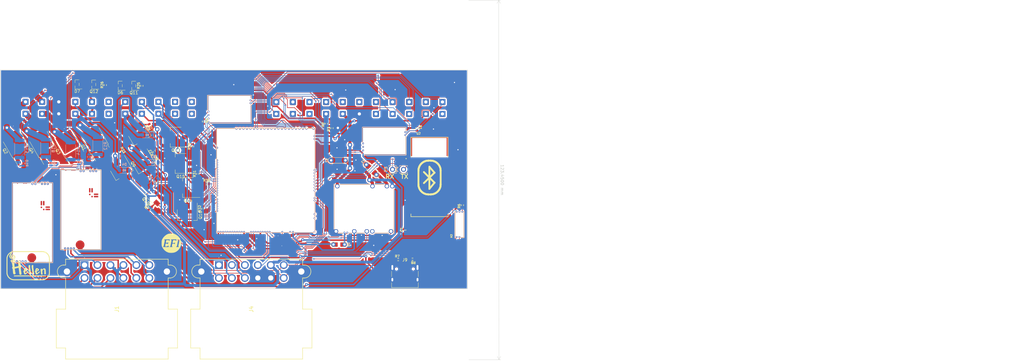
<source format=kicad_pcb>
(kicad_pcb (version 20221018) (generator pcbnew)
  (layers (0 "F.Cu" signal) (31 "B.Cu" signal) (34 "B.Paste" user) (35 "F.Paste" user) (36 "B.SilkS" user "B.Silkscreen") (37 "F.SilkS" user "F.Silkscreen") (38 "B.Mask" user) (39 "F.Mask" user) (44 "Edge.Cuts" user))
  (net 0 "")
  (net 1 "GND")
  (net 17 "/IGN1")
  (net 18 "/IGN2")
  (net 19 "/IGN3")
  (net 20 "/IGN4")
  (net 21 "/CRANK+")
  (net 22 "/VSS")
  (net 23 "/CLT")
  (net 24 "/CAM{slash}CRANK-")
  (net 25 "/CAM+")
  (net 26 "/IAT_SENSOR")
  (net 27 "/BARO")
  (net 28 "GNDA")
  (net 29 "/INTAKEFLAP")
  (net 30 "/INJ2")
  (net 31 "/INJ4")
  (net 32 "/FILIGHT")
  (net 33 "/FUELPUMP_LS")
  (net 34 "/INJ1")
  (net 35 "/INJ3")
  (net 36 "+3.3VA")
  (net 37 "+5VA")
  (net 38 "/VBAT")
  (net 39 "+12V_RAW")
  (net 40 "/OUT_LS2")
  (net 41 "/OUT_LS3")
  (net 43 "/OUT_LS_WEAK2")
  (net 45 "/IN_VIGN")
  (net 46 "+12V")
  (net 47 "/CAN+")
  (net 48 "/CAN-")
  (net 49 "/WBO_Rtrim")
  (net 50 "/WBO_Heater")
  (net 51 "/WBO_Vm")
  (net 52 "/WBO_Ip")
  (net 53 "/WBO_Un")
  (net 54 "Net-(J6-Pin_1)")
  (net 55 "Net-(J6-Pin_2)")
  (net 56 "Net-(J6-Pin_4)")
  (net 57 "Net-(J6-Pin_5)")
  (net 58 "/VBUS")
  (net 59 "/USB-")
  (net 60 "/USB+")
  (net 61 "Net-(J9-CC1)")
  (net 63 "Net-(J9-CC2)")
  (net 66 "/VIGN")
  (net 67 "+5V")
  (net 68 "/PWR_EN")
  (net 69 "Net-(M1-PG_5VP)")
  (net 70 "+5VP")
  (net 71 "/IN_KNOCK")
  (net 72 "/IN_KNOCK_RAW")
  (net 73 "/VREF1")
  (net 74 "/VR1_THRESHOLD")
  (net 75 "/VR1_A")
  (net 76 "Net-(M5-PULL_DOWN1)")
  (net 86 "/DC1_DIS")
  (net 87 "/DC2_DIR")
  (net 88 "/LS2")
  (net 89 "/LS1")
  (net 90 "/INJ6")
  (net 91 "/INJ5")
  (net 92 "/LS3")
  (net 93 "/LS4")
  (net 94 "/DC1_PWM")
  (net 95 "/PG_5VP")
  (net 96 "/DC1_DIR")
  (net 97 "/DC2_PWM")
  (net 98 "/DC2_DIS")
  (net 99 "/VR1")
  (net 100 "/VR2")
  (net 110 "Net-(M6-UART2_TX_(PD5))")
  (net 111 "Net-(M6-UART2_RX_(PD6))")
  (net 112 "Net-(M6-LED_GREEN)")
  (net 113 "Net-(M6-LED_YELLOW)")
  (net 115 "+3.3V")
  (net 117 "/IN_BUTTON3")
  (net 118 "/IN_HALL3")
  (net 119 "/IN_HALL2")
  (net 120 "/IN_HALL1")
  (net 122 "/IN_VMAIN")
  (net 123 "/IN_PPS2")
  (net 124 "/IN_TPS2")
  (net 125 "/IN_AUX2")
  (net 126 "/IN_AUX1")
  (net 127 "/INTERNAL_MAP")
  (net 128 "/IN_MAP")
  (net 129 "/IN_BUTTON1")
  (net 130 "/ADC3")
  (net 131 "/IN_BUTTON2")
  (net 132 "/IN_FLEX")
  (net 133 "/IN_TPS1")
  (net 134 "/IN_PPS1")
  (net 135 "/LS_WEAK2")
  (net 136 "/LS_WEAK1")
  (net 139 "Net-(Q1-G)")
  (net 140 "Net-(Q2-G)")
  (net 141 "Net-(Q3-G)")
  (net 142 "Net-(Q4-G)")
  (net 152 "/IGNOUT1")
  (net 153 "/IGNOUT2")
  (net 154 "/IGNOUT3")
  (net 155 "/IGNOUT4")
  (net 156 "/INJOUT3")
  (net 157 "/INJOUT1")
  (net 158 "/INJOUT4")
  (net 159 "/INJOUT2")
  (net 160 "/WBO2_Heater")
  (net 161 "/WBO2_Rtrim")
  (net 162 "/WBO2_Un")
  (net 163 "/WBO2_Ip")
  (net 164 "/WBO2_Vm")
  (net 165 "Net-(J3-Pin_1)")
  (net 166 "Net-(J3-Pin_2)")
  (net 167 "Net-(J3-Pin_4)")
  (net 168 "Net-(J3-Pin_5)")
  (net 171 "Net-(M7-PULL_DOWN1)")
  (footprint "hellen-one-common:PAD-0805-PAD" (layer "F.Cu") (at 193.25 117.25 180)
    (fp_text reference "R4")
    (fp_text value "Jumper-Pad-Pad" hide)
  )
  (footprint "hellen-one-common:R0603" (layer "F.Cu") (at 220 77.35 -90)
    (fp_text reference "R1")
    (fp_text value "4.7k" hide)
  )
  (footprint "Package_TO_SOT_SMD:SOT-223" (layer "F.Cu") (at 141.5 97.65 180)
    (fp_text reference "Q14")
    (fp_text value "ZXMS6005SGTA")
  )
  (footprint "SamacSys_Parts:DTF1312PB" (layer "F.Cu") (at 152.06 124.3 90)
    (fp_text reference "J4")
    (fp_text value "DTF13-12PB" hide)
  )
  (footprint "Package_TO_SOT_SMD:SOT-223" (layer "F.Cu") (at 126.5 89.65 -60)
    (fp_text reference "Q8")
    (fp_text value "ZXMS6005SGTA")
  )
  (footprint "kicad6-libraries:rusefi_logo" (layer "F.Cu") (at 135.75 116.85)
    (fp_text reference "G3" hide)
    (fp_text value "RUSEFI_LOGO" hide)
  )
  (footprint "hellen-one-common:R0603" (layer "F.Cu") (at 218.45 122.3 180)
    (fp_text reference "R8")
    (fp_text value "5.6k" hide)
  )
  (footprint "Package_TO_SOT_SMD:SOT-223" (layer "F.Cu") (at 130.177386 99.127386 135)
    (fp_text reference "Q10")
    (fp_text value "ZXMS6005SGTA")
  )
  (footprint "hellen-one-common:R0603" (layer "F.Cu") (at 146.6 105 90)
    (fp_text reference "R32")
    (fp_text value "4.7k" hide)
  )
  (footprint "hellen-one-knock-0.2:knock" (layer "F.Cu") (at 236.225002 114.975 90)
    (fp_text reference "M2")
    (fp_text value "Module-knock-0.2" hide)
  )
  (footprint "hellen-one-vr-discrete-0.4:vr-discrete" (layer "F.Cu") (at 163.275 65.875 180)
    (fp_text reference "M3" hide)
    (fp_text value "Module-vr-discrete-0.4" hide)
  )
  (footprint "hellen-one-common:R0603" (layer "F.Cu") (at 188.95 75.75 90)
    (fp_text reference "R2")
    (fp_text value "33k" hide)
  )
  (footprint "hellen-one-common:R0603" (layer "F.Cu") (at 144.85 93 90)
    (fp_text reference "R31")
    (fp_text value "4.7k" hide)
  )
  (footprint "hellen-one-common:R0603" (layer "F.Cu") (at 118.1 85.3 -60)
    (fp_text reference "R23")
    (fp_text value "4.7k" hide)
  )
  (footprint "Package_TO_SOT_SMD:SOT-223" (layer "F.Cu") (at 141.2 107.1 -90)
    (fp_text reference "Q16")
    (fp_text value "ZXMS6005SGTA")
  )
  (footprint "Package_TO_SOT_SMD:SOT-223" (layer "F.Cu") (at 118.75 91.9 -60)
    (fp_text reference "Q9")
    (fp_text value "ZXMS6005SGTA")
  )
  (footprint "hellen-one-wbo-0.5:wbo" (layer "F.Cu") (at 81.075 95.875 -90)
    (fp_text reference "M7" hide)
    (fp_text value "Module-wbo-0.5" hide)
  )
  (footprint "hellen-one-power_12and5V-0.2:power_12and5V" (layer "F.Cu") (at 191.474999 96.474999 -90)
    (fp_text reference "M1" hide)
    (fp_text value "Module-power_12and5V-0.2" hide)
  )
  (footprint "Package_TO_SOT_SMD:SOT-223" (layer "F.Cu") (at 137.25 80.4 180)
    (fp_text reference "Q13")
    (fp_text value "ZXMS6005SGTA")
  )
  (footprint "hellen-one-common:R0603" (layer "F.Cu") (at 113.1 62.5 90)
    (fp_text reference "R26")
    (fp_text value "4.7k" hide)
  )
  (footprint "hellen-one-common:C0603" (layer "F.Cu") (at 215.9 112.3 90)
    (fp_text reference "C1")
    (fp_text value "100n" hide)
  )
  (footprint "Package_TO_SOT_SMD:SOT-223" (layer "F.Cu") (at 124.95 79.95 -60)
    (fp_text reference "Q7")
    (fp_text value "ZXMS6005SGTA")
  )
  (footprint "hellen-one-common:R0603" (layer "F.Cu") (at 147.8 96.4)
    (fp_text reference "R30")
    (fp_text value "4.7k" hide)
  )
  (footprint "Customparts:VFRboardempty" (layer "F.Cu") (at 77.225 132.4)
    (fp_text reference "U1" hide)
    (fp_text value "~" hide)
    (fp_rect (start 0 -75.05) (end 160 0) (stroke (width 0.2)) (fill none) (layer "Edge.Cuts"))
  )
  (footprint "hellen-one-common:R0603" (layer "F.Cu") (at 128.35 104.95 45)
    (fp_text reference "R24")
    (fp_text value "4.7k" hide)
  )
  (footprint "hellen-one-vr-max9924-0.1:vr-max9924" (layer "F.Cu") (at 216.325 76.825 180)
    (fp_text reference "M4" hide)
    (fp_text value "Module-vr-max9924-0.1" hide)
  )
  (footprint "hellen-one-common:PAD-TH" (layer "F.Cu") (at 211.6 91.45 90)
    (fp_text reference "P3")
    (fp_text value "Pad" hide)
  )
  (footprint "Connector_USB:USB_C_Receptacle_XKB_U262-16XN-4BVC11" (layer "F.Cu") (at 215.85 128.25)
    (fp_text reference "J9")
    (fp_text value "USB_C_Receptacle_USB2.0")
  )
  (footprint "Package_TO_SOT_SMD:TO-252-2" (layer "F.Cu") (at 100.746811 83.104285 120)
    (fp_text reference "Q3")
    (fp_text value "ISL9V3040D3S" hide)
  )
  (footprint "hellen-one-common:SOT-23" (layer "F.Cu") (at 103.45 62.25 180)
    (fp_text reference "D7")
    (fp_text value "PSM712-LF")
  )
  (footprint "hellen-one-common:R0603" (layer "F.Cu") (at 146.75 75 -90)
    (fp_text reference "R5")
    (fp_text value "0" hide)
  )
  (footprint "Package_TO_SOT_SMD:TO-252-2" (layer "F.Cu") (at 109.496811 81.654285 120)
    (fp_text reference "Q1")
    (fp_text value "ISL9V3040D3S" hide)
  )
  (footprint "hellen-one-common:R0603" (layer "F.Cu") (at 125.65 62.75 90)
    (fp_text reference "R25")
    (fp_text value "4.7k" hide)
  )
  (footprint "hellen-one-common:R0603" (layer "F.Cu") (at 235.6 103.75 90)
    (fp_text reference "R6")
    (fp_text value "0" hide)
  )
  (footprint "Package_TO_SOT_SMD:TO-252-2" (layer "F.Cu") (at 91.68 82.841192 120)
    (fp_text reference "Q4")
    (fp_text value "ISL9V3040D3S")
  )
  (footprint "hellen-one-common:SOT-23" (layer "F.Cu") (at 109.1875 62.3 180)
    (fp_text reference "Q12")
    (fp_text value "AO3400A")
  )
  (footprint "hellen-one-common:PAD-TH" (layer "F.Cu") (at 215.38 91.45 90)
    (fp_text reference "P4")
    (fp_text value "Pad" hide)
  )
  (footprint "hellen-one-common:R0603" (layer "F.Cu") (at 143.05 83.6 90)
    (fp_text reference "R29")
    (fp_text value "4.7k" hide)
  )
  (footprint "hellen-one-common:SOT-23" (layer "F.Cu") (at 118.25 62.7 180)
    (fp_text reference "D6")
    (fp_text value "PSM712-LF")
  )
  (footprint "Package_TO_SOT_SMD:SOT-223" (layer "F.Cu") (at 138.95 89.4 180)
    (fp_text reference "Q15")
    (fp_text value "ZXMS6005SGTA")
  )
  (footprint "hellen-one-common:R0603" (layer "F.Cu") (at 128.55 76.6 120)
    (fp_text reference "R21")
    (fp_text value "4.7k" hide)
  )
  (footprint "hellen-one-common:SOT-23" (layer "F.Cu") (at 122.9 62.75 180)
    (fp_text reference "Q11")
    (fp_text value "AO3400A")
  )
  (footprint "hellen-one-common:PAD-1206-PAD" (layer "F.Cu") (at 193 88.35)
    (fp_text reference "F2")
    (fp_text value "12H1500D" hide)
  )
  (footprint "hellen-one-mega-mcu100-0.2:mega-mcu100" (layer "F.Cu") (at 185.175005 77.224995 180)
    (fp_text reference "M6" hide)
    (fp_text value "Module:mega-mcu100/0.2" hide)
  )
  (footprint "kicad6-libraries:JDY-33" (layer "F.Cu") (at 224.2625 94.25)
    (fp_text reference "U2")
    (fp_text value "JDY-33")
  )
  (footprint "SamacSys_Parts:DTF1312PB" (layer "F.Cu") (at 105.96 124.3 90)
    (fp_text reference "J1")
    (fp_text value "DTF13-12PB" hide)
  )
  (footprint "Package_TO_SOT_SMD:TO-252-2" (layer "F.Cu") (at 82.63 82.941192 120)
    (fp_text reference "Q2")
    (fp_text value "ISL9V3040D3S")
  )
  (footprint "hellen-one-common:PAD-1206-PAD" (layer "F.Cu") (at 204.35 91.55 -45)
    (fp_text reference "F1")
    (fp_text value "12H1500D" hide)
  )
  (footprint "hellen-one-wbo-0.5:wbo" (layer "F.Cu") (at 97.65 91.45 -90)
    (fp_text reference "M5" hide)
    (fp_text value "Module-wbo-0.5" hide)
  )
  (footprint "hellen-one-common:R0603" (layer "F.Cu") (at 190.85 77.3 90)
    (fp_text reference "R3")
    (fp_text value "6.8k" hide)
  )
  (footprint "hellen-one-common:R0603" (layer "F.Cu") (at 129.85 85.25 120)
    (fp_text reference "R22")
    (fp_text value "4.7k" hide)
  )
  (footprint "hellen-one-common:R0603" (layer "F.Cu") (at 213.55 122.45)
    (fp_text reference "R7")
    (fp_text value "5.6k" hide)
  )
  (footprint "hellen-one-common:LOGO" (layer "F.Cu") (at 86.95 124.6)
    (fp_text reference "G4" hide)
    (fp_text value "LOGO" hide)
  )
  (footprint "Resistor_SMD:R_2512_6332Metric" (layer "B.Cu") (at 101.2 85.15 90)
    (fp_text reference "R14")
    (fp_text value "0")
  )
  (footprint "Resistor_SMD:R_2512_6332Metric" (layer "B.Cu") (at 110.55 83.4 90)
    (fp_text reference "R12")
    (fp_text value "0")
  )
  (footprint "hellen-one-common:R0603" (layer "B.Cu") (at 94.35 89.3 90)
    (fp_text reference "R15")
    (fp_text value "22" hide)
  )
  (footprint "hellen-one-common:SOD-123" (layer "B.Cu") (at 127.495 79.6 180)
    (fp_text reference "D2")
    (fp_text value "B5819W" hide)
  )
  (footprint "hellen-one-common:SOD-123" (layer "B.Cu") (at 129.987868 95.812132 -135)
    (fp_text reference "D5")
    (fp_text value "B5819W" hide)
  )
  (footprint "hellen-one-common:R0603" (layer "B.Cu") (at 107.45 87.15 90)
    (fp_text reference "R9")
    (fp_text value "22" hide)
  )
  (footprint "Resistor_SMD:R_2512_6332Metric" (layer "B.Cu") (at 92.65 84.2 90)
    (fp_text reference "R18")
    (fp_text value "0")
  )
  (footprint "hellen-one-common:SOD-123" (layer "B.Cu") (at 129.55 89.1 180)
    (fp_text reference "D3")
    (fp_text value "B5819W" hide)
  )
  (footprint "hellen-one-common:SOD-123" (layer "B.Cu") (at 119.645 91.75 180)
    (fp_text reference "D4")
    (fp_text value "B5819W" hide)
  )
  (footprint "hellen-one-common:R0603" (layer "B.Cu") (at 85 89.4 90)
    (fp_text reference "R10")
    (fp_text value "22" hide)
  )
  (footprint "Resistor_SMD:R_2512_6332Metric" (layer "B.Cu") (at 83.7 84.45 90)
    (fp_text reference "R13")
    (fp_text value "0")
  )
  (footprint "hellen-one-common:R0603" (layer "B.Cu") (at 103.95 88.95 90)
    (fp_text reference "R11")
    (fp_text value "22" hide)
  )
  (gr_text "RX  TX\n" (at 209 94.8) (layer "F.SilkS") (effects (font (size 1.5 1.5) (thickness 0.3) bold) (justify left bottom)))
  (dimension (type aligned) (layer "Edge.Cuts") (pts (xy 237.3 156.8) (xy 237.225 33.35)) (height 10.810386) (gr_text "123.4500 mm" (at 249.222884 95.067733 -89.9651909) (layer "Edge.Cuts") (effects (font (size 1 1) (thickness 0.15)))) (format (prefix "") (suffix "") (units 3) (units_format 1) (precision 4)) (style (thickness 0.1) (arrow_length 1.27) (text_position_mode 0) (extension_height 0.58642) (extension_offset 0.5) keep_text_aligned))
  (segment (start 211.935 125.145) (end 212.5 124.58) (width 0.5) (layer "F.Cu") (net 1))
  (segment (start 151.274995 101.024985) (end 150.425015 101.024985) (width 0.2) (layer "F.Cu") (net 1))
  (segment (start 219.765 125.145) (end 219.2 124.58) (width 0.5) (layer "F.Cu") (net 1))
  (segment (start 220.17 125.145) (end 219.765 125.145) (width 0.5) (layer "F.Cu") (net 1))
  (segment (start 150.425015 101.024985) (end 150.4 101.05) (width 0.2) (layer "F.Cu") (net 1))
  (segment (start 211.53 125.145) (end 211.935 125.145) (width 0.5) (layer "F.Cu") (net 1))
  (via (at 133.45 87.65) (size 1) (drill 0.4) (layers "F.Cu" "B.Cu") (net 1))
  (via (at 215.95 102.05) (size 1) (drill 0.4) (layers "F.Cu" "B.Cu") (net 1))
  (via (at 195.55 64.2) (size 1) (drill 0.4) (layers "F.Cu" "B.Cu") (net 1))
  (via (at 168.8 69.7) (size 1) (drill 0.4) (layers "F.Cu" "B.Cu") (net 1))
  (via (at 158.5 115.65) (size 1) (drill 0.4) (layers "F.Cu" "B.Cu") (net 1))
  (via (at 198.7 91.95) (size 1) (drill 0.4) (layers "F.Cu" "B.Cu") (net 1))
  (via (at 172.35 114.25) (size 0.5) (drill 0.2) (layers "F.Cu" "B.Cu") (net 1))
  (via (at 147 112.15) (size 1) (drill 0.4) (layers "F.Cu" "B.Cu") (net 1))
  (via (at 96.15 93.3) (size 1) (drill 0.4) (layers "F.Cu" "B.Cu") (net 1))
  (via (at 145.2 106) (size 1) (drill 0.4) (layers "F.Cu" "B.Cu") (net 1))
  (via (at 149.9 80.5) (size 1) (drill 0.4) (layers "F.Cu" "B.Cu") (net 1))
  (via (at 197.25 117.5) (size 1) (drill 0.4) (layers "F.Cu" "B.Cu") (net 1))
  (via (at 135.55 97.7) (size 1) (drill 0.4) (layers "F.Cu" "B.Cu") (net 1))
  (via (at 86.8 75.95) (size 0.5) (drill 0.2) (layers "F.Cu" "B.Cu") (net 1))
  (via (at 163.85 65.9) (size 1) (drill 0.4) (layers "F.Cu" "B.Cu") (net 1))
  (via (at 225.65 77.6) (size 1) (drill 0.4) (layers "F.Cu" "B.Cu") (net 1))
  (via (at 199.05 88.25) (size 1) (drill 0.4) (layers "F.Cu" "B.Cu") (net 1))
  (via (at 195.2 81.25) (size 1) (drill 0.4) (layers "F.Cu" "B.Cu") (net 1))
  (via (at 212.65 88.8) (size 0.5) (drill 0.2) (layers "F.Cu" "B.Cu") (net 1))
  (via (at 225.8 70.3) (size 1) (drill 0.4) (layers "F.Cu" "B.Cu") (net 1))
  (via (at 197.15 114) (size 0.5) (drill 0.2) (layers "F.Cu" "B.Cu") (net 1))
  (via (at 205.15 117.55) (size 1) (drill 0.4) (layers "F.Cu" "B.Cu") (net 1))
  (via (at 150.4 101.05) (size 0.5) (drill 0.2) (layers "F.Cu" "B.Cu") (net 1))
  (via (at 165 115.2) (size 1) (drill 0.4) (layers "F.Cu" "B.Cu") (net 1))
  (via (at 234.05 84.7) (size 1) (drill 0.4) (layers "F.Cu" "B.Cu") (net 1))
  (via (at 192.6 91.4) (size 1) (drill 0.4) (layers "F.Cu" "B.Cu") (net 1))
  (via (at 149.35 86.45) (size 1) (drill 0.4) (layers "F.Cu" "B.Cu") (net 1))
  (via (at 146.6 94.6) (size 1) (drill 0.4) (layers "F.Cu" "B.Cu") (net 1))
  (via (at 208.05 114.15) (size 1) (drill 0.4) (layers "F.Cu" "B.Cu") (net 1))
  (via (at 150.35 110) (size 1) (drill 0.4) (layers "F.Cu" "B.Cu") (net 1))
  (via (at 116.3 75.45) (size 1) (drill 0.4) (layers "F.Cu" "B.Cu") (net 1))
  (via (at 173.65 117.7) (size 0.5) (drill 0.2) (layers "F.Cu" "B.Cu") (net 1))
  (via (at 144.4 90.1) (size 1) (drill 0.4) (layers "F.Cu" "B.Cu") (net 1))
  (via (at 192.85 77.2) (size 1.524) (drill 0.8128) (layers "F.Cu" "B.Cu") (net 1))
  (via (at 81.55 76.55) (size 0.5) (drill 0.2) (layers "F.Cu" "B.Cu") (net 1))
  (via (at 200.95 114.05) (size 1) (drill 0.4) (layers "F.Cu" "B.Cu") (net 1))
  (via (at 119.65 77.05) (size 0.5) (drill 0.2) (layers "F.Cu" "B.Cu") (net 1))
  (via (at 157.15 62.35) (size 1) (drill 0.4) (layers "F.Cu" "B.Cu") (net 1))
  (via (at 232.85 61.6) (size 1) (drill 0.4) (layers "F.Cu" "B.Cu") (net 1))
  (via (at 138.6 101.9) (size 1) (drill 0.4) (layers "F.Cu" "B.Cu") (net 1))
  (via (at 99 77.45) (size 0.5) (drill 0.2) (layers "F.Cu" "B.Cu") (net 1))
  (via (at 152.8 120.95) (size 1) (drill 0.4) (layers "F.Cu" "B.Cu") (net 1))
  (via (at 144 120.3) (size 0.5) (drill 0.2) (layers "F.Cu" "B.Cu") (net 1))
  (via (at 192.55 84.05) (size 1) (drill 0.4) (layers "F.Cu" "B.Cu") (net 1))
  (via (at 212.5 64.05) (size 1) (drill 0.4) (layers "F.Cu" "B.Cu") (net 1))
  (segment (start 145.15 106.2) (end 145.2 106) (width 0.5) (layer "B.Cu") (net 1))
  (segment (start 146.95 112.1) (end 147 112.15) (width 0.5) (layer "B.Cu") (net 1))
  (segment (start 146.85 112.1) (end 146.95 112.1) (width 0.5) (layer "B.Cu") (net 1))
  (segment (start 146.95 112.2) (end 146.85 112.1) (width 0.5) (layer "B.Cu") (net 1))
  (segment (start 147 112.15) (end 146.95 112.2) (width 0.5) (layer "B.Cu") (net 1))
  (segment (start 165.565686 58.4) (end 172.115686 64.95) (width 0.2) (layer "F.Cu") (net 17))
  (segment (start 172.115686 64.95) (end 183.25 64.95) (width 0.2) (layer "F.Cu") (net 17))
  (segment (start 101.9 58.4) (end 165.565686 58.4) (width 0.2) (layer "F.Cu") (net 17))
  (segment (start 183.25 64.95) (end 186.25 67.95) (width 0.2) (layer "F.Cu") (net 17))
  (via (at 101.9 58.4) (size 0.5) (drill 0.2) (layers "F.Cu" "B.Cu") (net 17))
  (via (at 186.25 67.95) (size 0.5) (drill 0.2) (layers "F.Cu" "B.Cu") (net 17))
  (segment (start 186.25 67.95) (end 186.25 68) (width 0.2) (layer "B.Cu") (net 17))
  (segment (start 107.45 83.7) (end 107.45 86.35) (width 0.2) (layer "B.Cu") (net 17))
  (segment (start 187.55 74.334315) (end 186.25 73.034315) (width 0.2) (layer "B.Cu") (net 17))
  (segment (start 186.25 73.034315) (end 186.25 67.95) (width 0.2) (layer "B.Cu") (net 17))
  (segment (start 110.5375 86.35) (end 110.55 86.3625) (width 0.5) (layer "B.Cu") (net 17))
  (segment (start 187.55 96.04999) (end 187.55 74.334315) (width 0.2) (layer "B.Cu") (net 17))
  (segment (start 107.45 86.35) (end 110.5375 86.35) (width 0.5) (layer "B.Cu") (net 17))
  (segment (start 101.9 58.4) (end 101 59.3) (width 0.2) (layer "B.Cu") (net 17))
  (segment (start 184.875005 98.724985) (end 187.55 96.04999) (width 0.2) (layer "B.Cu") (net 17))
  (segment (start 101 77.25) (end 107.45 83.7) (width 0.2) (layer "B.Cu") (net 17))
  (segment (start 101 59.3) (end 101 77.25) (width 0.2) (layer "B.Cu") (net 17))
  (segment (start 183.613556 66.313556) (end 185.3 68) (width 0.2) (layer "F.Cu") (net 18))
  (segment (start 99.85 59.2) (end 165.8 59.2) (width 0.2) (layer "F.Cu") (net 18))
  (segment (start 165.8 59.2) (end 171.95 65.35) (width 0.2) (layer "F.Cu") (net 18))
  (segment (start 94.75 64.3) (end 99.85 59.2) (width 0.2) (layer "F.Cu") (net 18))
  (segment (start 92.35 64.3) (end 94.75 64.3) (width 0.2) (layer "F.Cu") (net 18))
  (segment (start 171.95 65.35) (end 174.544374 65.35) (width 0.2) (layer "F.Cu") (net 18))
  (segment (start 174.544374 65.35) (end 175.50793 66.313556) (width 0.2) (layer "F.Cu") (net 18))
  (segment (start 175.50793 66.313556) (end 183.613556 66.313556) (width 0.2) (layer "F.Cu") (net 18))
  (via (at 185.3 68) (size 0.5) (drill 0.2) (layers "F.Cu" "B.Cu") (net 18))
  (via (at 92.35 64.3) (size 0.5) (drill 0.2) (layers "F.Cu" "B.Cu") (net 18))
  (segment (start 84.3 76.152817) (end 84.3 78.55) (width 0.2) (layer "B.Cu") (net 18))
  (segment (start 83.8125 87.4125) (end 85 88.6) (width 0.5) (layer "B.Cu") (net 18))
  (segment (start 87.075 69.575) (end 87.075 73.377817) (width 0.2) (layer "B.Cu") (net 18))
  (segment (start 185.3 73.65) (end 185.55 73.9) (width 0.2) (layer "B.Cu") (net 18))
  (segment (start 83.7 87.4125) (end 83.8125 87.4125) (width 0.5) (layer "B.Cu") (net 18))
  (segment (start 186.415686 73.9) (end 187.15 74.634315) (width 0.2) (layer "B.Cu") (net 18))
  (segment (start 87.075 73.377817) (end 84.3 76.152817) (width 0.2) (layer "B.Cu") (net 18))
  (segment (start 92.35 64.3) (end 87.075 69.575) (width 0.2) (layer "B.Cu") (net 18))
  (segment (start 85.95 85.1625) (end 83.7 87.4125) (width 0.2) (layer "B.Cu") (net 18))
  (segment (start 187.15 95.44999) (end 184.875005 97.724985) (width 0.2) (layer "B.Cu") (net 18))
  (segment (start 84.3 78.55) (end 85.95 80.2) (width 0.2) (layer "B.Cu") (net 18))
  (segment (start 185.3 68) (end 185.3 73.65) (width 0.2) (layer "B.Cu") (net 18))
  (segment (start 185.55 73.9) (end 186.415686 73.9) (width 0.2) (layer "B.Cu") (net 18))
  (segment (start 187.15 74.634315) (end 187.15 95.44999) (width 0.2) (layer "B.Cu") (net 18))
  (segment (start 85.95 80.2) (end 85.95 85.1625) (width 0.2) (layer "B.Cu") (net 18))
  (segment (start 165.55 59.6) (end 171.7 65.75) (width 0.2) (layer "F.Cu") (net 19))
  (segment (start 174.378688 65.75) (end 175.492244 66.863556) (width 0.2) (layer "F.Cu") (net 19))
  (segment (start 175.492244 66.863556) (end 180.686444 66.863556) (width 0.2) (layer "F.Cu") (net 19))
  (segment (start 100.4505 59.95) (end 100.8005 59.6) (width 0.2) (layer "F.Cu") (net 19))
  (segment (start 100.8005 59.6) (end 165.55 59.6) (width 0.2) (layer "F.Cu") (net 19))
  (segment (start 171.7 65.75) (end 174.378688 65.75) (width 0.2) (layer "F.Cu") (net 19))
  (via (at 100.4505 59.95) (size 0.5) (drill 0.2) (layers "F.Cu" "B.Cu") (net 19))
  (via (at 180.686444 66.863556) (size 0.5) (drill 0.2) (layers "F.Cu" "B.Cu") (net 19))
  (segment (start 100.45 59.9505) (end 100.45 78.148105) (width 0.2) (layer "B.Cu") (net 19))
  (segment (start 186.75 94.84999) (end 184.875005 96.724985) (width 0.2) (layer "B.Cu") (net 19))
  (segment (start 101.2 88.1125) (end 103.9125 88.1125) (width 0.5) (layer "B.Cu") (net 19))
  (segment (start 180.686444 66.863556) (end 180.686444 73.836443) (width 0.2) (layer "B.Cu") (net 19))
  (segment (start 100.45 78.148105) (end 103.95 81.648105) (width 0.2) (layer "B.Cu") (net 19))
  (segment (start 186.25 74.3) (end 186.75 74.8) (width 0.2) (layer "B.Cu") (net 19))
  (segment (start 180.686444 73.836443) (end 181.150001 74.3) (width 0.2) (layer "B.Cu") (net 19))
  (segment (start 103.95 81.648105) (end 103.95 88.15) (width 0.2) (layer "B.Cu") (net 19))
  (segment (start 181.150001 74.3) (end 186.25 74.3) (width 0.2) (layer "B.Cu") (net 19))
  (segment (start 103.9125 88.1125) (end 103.95 88.15) (width 0.5) (layer "B.Cu") (net 19))
  (segment (start 186.75 74.8) (end 186.75 94.84999) (width 0.2) (layer "B.Cu") (net 19))
  (segment (start 100.4505 59.95) (end 100.45 59.9505) (width 0.2) (layer "B.Cu") (net 19))
  (segment (start 165.4 60.1) (end 101.25 60.1) (width 0.2) (layer "F.Cu") (net 20))
  (segment (start 101.25 60.1) (end 94.35 67) (width 0.2) (layer "F.Cu") (net 20))
  (segment (start 174.213002 66.15) (end 171.45 66.15) (width 0.2) (layer "F.Cu") (net 20))
  (segment (start 171.45 66.15) (end 165.4 60.1) (width 0.2) (layer "F.Cu") (net 20))
  (segment (start 175.55 70.25) (end 175.55 67.486998) (width 0.2) (layer "F.Cu") (net 20))
  (segment (start 175.55 67.486998) (end 174.213002 66.15) (width 0.2) (layer "F.Cu") (net 20))
  (segment (start 178 70.25) (end 175.55 70.25) (width 0.2) (layer "F.Cu") (net 20))
  (segment (start 179.9 72.15) (end 178 70.25) (width 0.2) (layer "F.Cu") (net 20))
  (via (at 94.35 67) (size 0.5) (drill 0.2) (layers "F.Cu" "B.Cu") (net 20))
  (via (at 179.9 72.15) (size 0.5) (drill 0.2) (layers "F.Cu" "B.Cu") (net 20))
  (segment (start 186.35 74.965686) (end 186.35 94.24999) (width 0.2) (layer "B.Cu") (net 20))
  (segment (start 94.625 80.647183) (end 94.625 81.827817) (width 0.2) (layer "B.Cu") (net 20))
  (segment (start 92.65 87.1625) (end 93.0125 87.1625) (width 0.5) (layer "B.Cu") (net 20))
  (segment (start 180.984315 74.7) (end 186.084314 74.7) (width 0.2) (layer "B.Cu") (net 20))
  (segment (start 94.35 82.102817) (end 94.35 88.5) (width 0.2) (layer "B.Cu") (net 20))
  (segment (start 186.35 94.24999) (end 184.875005 95.724985) (width 0.2) (layer "B.Cu") (net 20))
  (segment (start 179.9 73.615685) (end 180.984315 74.7) (width 0.2) (layer "B.Cu") (net 20))
  (segment (start 93.0125 87.1625) (end 94.35 88.5) (width 0.5) (layer "B.Cu") (net 20))
  (segment (start 94.35 80.372183) (end 94.625 80.647183) (width 0.2) (layer "B.Cu") (net 20))
  (segment (start 186.084314 74.7) (end 186.35 74.965686) (width 0.2) (layer "B.Cu") (net 20))
  (segment (start 94.35 67) (end 94.35 80.372183) (width 0.2) (layer "B.Cu") (net 20))
  (segment (start 179.9 72.15) (end 179.9 73.615685) (width 0.2) (layer "B.Cu") (net 20))
  (segment (start 94.625 81.827817) (end 94.35 82.102817) (width 0.2) (layer "B.Cu") (net 20))
  (segment (start 211.85 70.247183) (end 217.4 75.797183) (width 0.2) (layer "B.Cu") (net 21))
  (segment (start 216.374264 78.665) (end 215.95 78.665) (width 0.2) (layer "B.Cu") (net 21))
  (segment (start 193.15 70.247183) (end 211.85 70.247183) (width 0.2) (layer "B.Cu") (net 21))
  (segment (start 217.4 77.639264) (end 216.374264 78.665) (width 0.2) (layer "B.Cu") (net 21))
  (segment (start 217.4 75.797183) (end 217.4 77.639264) (width 0.2) (layer "B.Cu") (net 21))
  (segment (start 189.202817 66.3) (end 193.15 70.247183) (width 0.2) (layer "B.Cu") (net 21))
  (segment (start 171.725 68.3) (end 173.725 66.3) (width 0.2) (layer "B.Cu") (net 21))
  (segment (start 173.725 66.3) (end 189.202817 66.3) (width 0.2) (layer "B.Cu") (net 21))
  (segment (start 166.9 74.302942) (end 166.9 61.797058) (width 0.2) (layer "B.Cu") (net 23))
  (segment (start 203.65 60.95) (end 205.7 63) (width 0.2) (layer "B.Cu") (net 23))
  (segment (start 180.924985 76.924985) (end 180.05 76.05) (width 0.2) (layer "B.Cu") (net 23))
  (segment (start 167.747058 60.95) (end 203.65 60.95) (width 0.2) (layer "B.Cu") (net 23))
  (segment (start 166.9 61.797058) (end 167.747058 60.95) (width 0.2) (layer "B.Cu") (net 23))
  (segment (start 168.047058 75.45) (end 166.9 74.302942) (width 0.2) (layer "B.Cu") (net 23))
  (segment (start 205.7 63) (end 206.325 63) (width 0.2) (layer "B.Cu") (net 23))
  (segment (start 181.475005 76.924985) (end 180.924985 76.924985) (width 0.2) (layer "B.Cu") (net 23))
  (segment (start 206.325 63) (end 211.625 68.3) (width 0.2) (layer "B.Cu") (net 23))
  (segment (start 172.697065 76.05) (end 172.097065 75.45) (width 0.2) (layer "B.Cu") (net 23))
  (segment (start 172.097065 75.45) (end 168.047058 75.45) (width 0.2) (layer "B.Cu") (net 23))
  (segment (start 180.05 76.05) (end 172.697065 76.05) (width 0.2) (layer "B.Cu") (net 23))
  (segment (start 182.075005 77.524985) (end 181.475005 76.924985) (width 0.2) (layer "B.Cu") (net 23))
  (segment (start 217.5 78.15) (end 220 78.15) (width 0.2) (layer "F.Cu") (net 24))
  (segment (start 215.95 79.665) (end 215.985 79.665) (width 0.2) (layer "F.Cu") (net 24))
  (segment (start 215.985 79.665) (end 217.5 78.15) (width 0.2) (layer "F.Cu") (net 24))
  (segment (start 228.725 69.077817) (end 228.725 68.3) (width 0.2) (layer "B.Cu") (net 24))
  (segment (start 162.9 68.715) (end 163.285 68.715) (width 0.2) (layer "B.Cu") (net 24))
  (segment (start 217.465 78.15) (end 219.652817 78.15) (width 0.2) (layer "B.Cu") (net 24))
  (segment (start 219.652817 78.15) (end 228.725 69.077817) (width 0.2) (layer "B.Cu") (net 24))
  (segment (start 215.95 79.665) (end 217.465 78.15) (width 0.2) (layer "B.Cu") (net 24))
  (segment (start 213.8 58.5) (end 222.25 66.95) (width 0.2) (layer "B.Cu") (net 24))
  (segment (start 227.375 66.95) (end 228.725 68.3) (width 0.2) (layer "B.Cu") (net 24))
  (segment (start 164.75 67.25) (end 164.75 60.6) (width 0.2) (layer "B.Cu") (net 24))
  (segment (start 166.85 58.5) (end 213.8 58.5) (width 0.2) (layer "B.Cu") (net 24))
  (segment (start 164.75 60.6) (end 166.85 58.5) (width 0.2) (layer "B.Cu") (net 24))
  (segment (start 163.285 68.715) (end 164.75 67.25) (width 0.2) (layer "B.Cu") (net 24))
  (segment (start 222.25 66.95) (end 227.375 66.95) (width 0.2) (layer "B.Cu") (net 24))
  (segment (start 163.135 67.95) (end 162.9 67.715) (width 0.2) (layer "F.Cu") (net 25))
  (segment (start 171.725 72.4) (end 169.675 70.35) (width 0.2) (layer "F.Cu") (net 25))
  (segment (start 169.2 67.95) (end 163.135 67.95) (width 0.2) (layer "F.Cu") (net 25))
  (segment (start 169.675 68.425) (end 169.2 67.95) (width 0.2) (layer "F.Cu") (net 25))
  (segment (start 169.675 70.35) (end 169.675 68.425) (width 0.2) (layer "F.Cu") (net 25))
  (segment (start 207.275 62.975) (end 207.275 71.05) (width 0.2) (layer "F.Cu") (net 26))
  (segment (start 206.15 61.85) (end 207.275 62.975) (width 0.2) (layer "F.Cu") (net 26))
  (segment (start 207.275 71.05) (end 205.925 72.4) (width 0.2) (layer "F.Cu") (net 26))
  (via (at 206.15 61.85) (size 0.5) (drill 0.2) (layers "F.Cu" "B.Cu") (net 26))
  (segment (start 167.581372 60.55) (end 204.85 60.55) (width 0.2) (layer "B.Cu") (net 26))
  (segment (start 166.5 61.631372) (end 167.581372 60.55) (width 0.2) (layer "B.Cu") (net 26))
  (segment (start 166.5 74.468628) (end 166.5 61.631372) (width 0.2) (layer "B.Cu") (net 26))
  (segment (start 167.881372 75.85) (end 166.5 74.468628) (width 0.2) (layer "B.Cu") (net 26))
  (segment (start 180.875005 77.524985) (end 179.80002 76.45) (width 0.2) (layer "B.Cu") (net 26))
  (segment (start 204.85 60.55) (end 206.15 61.85) (width 0.2) (layer "B.Cu") (net 26))
  (segment (start 171.93138 75.85) (end 167.881372 75.85) (width 0.2) (layer "B.Cu") (net 26))
  (segment (start 179.80002 76.45) (end 172.531381 76.45) (width 0.2) (layer "B.Cu") (net 26))
  (segment (start 172.531381 76.45) (end 171.93138 75.85) (width 0.2) (layer "B.Cu") (net 26))
  (segment (start 206.7 61.55) (end 207.8 62.65) (width 0.2) (layer "F.Cu") (net 27))
  (segment (start 206.7 59.2) (end 206.7 61.55) (width 0.2) (layer "F.Cu") (net 27))
  (segment (start 207.8 62.65) (end 207.8 68.575) (width 0.2) (layer "F.Cu") (net 27))
  (segment (start 207.8 68.575) (end 211.625 72.4) (width 0.2) (layer "F.Cu") (net 27))
  (via (at 206.7 59.2) (size 0.5) (drill 0.2) (layers "F.Cu" "B.Cu") (net 27))
  (segment (start 206.65 59.2) (end 206.7 59.2) (width 0.2) (layer "B.Cu") (net 27))
  (segment (start 165.274995 61.060846) (end 167.085841 59.25) (width 0.2) (layer "B.Cu") (net 27))
  (segment (start 206.7 59.2) (end 206.7 59.15) (width 0.2) (layer "B.Cu") (net 27))
  (segment (start 165.274995 77.524985) (end 165.274995 61.060846) (width 0.2) (layer "B.Cu") (net 27))
  (segment (start 206.6 59.25) (end 206.65 59.2) (width 0.2) (layer "B.Cu") (net 27))
  (segment (start 206.7 59.15) (end 206.7 59.15) (width 0.2) (layer "B.Cu") (net 27))
  (segment (start 167.085841 59.25) (end 206.6 59.25) (width 0.2) (layer "B.Cu") (net 27))
  (segment (start 191.9 80.95) (end 191.95 80.95) (width 0.5) (layer "F.Cu") (net 28))
  (segment (start 223.025 72.4) (end 220.675 74.75) (width 0.5) (layer "F.Cu") (net 28))
  (segment (start 191.95 80.95) (end 191.9 80.9) (width 0.5) (layer "F.Cu") (net 28))
  (segment (start 191.024995 80.024995) (end 191.9 80.9) (width 0.5) (layer "F.Cu") (net 28))
  (segment (start 191.9 80.9) (end 191.9 80.95) (width 0.5) (layer "F.Cu") (net 28))
  (segment (start 198.55 74.75) (end 198.5 74.8) (width 0.5) (layer "F.Cu") (net 28))
  (segment (start 184.875005 80.024995) (end 191.024995 80.024995) (width 0.5) (layer "F.Cu") (net 28))
  (segment (start 220.675 74.75) (end 198.55 74.75) (width 0.5) (layer "F.Cu") (net 28))
  (via (at 191.9 80.95) (size 1) (drill 0.4) (layers "F.Cu" "B.Cu") (net 28))
  (via (at 198.5 74.8) (size 1) (drill 0.4) (layers "F.Cu" "B.Cu") (net 28))
  (segment (start 191.9 80.95) (end 198.05 74.8) (width 0.5) (layer "B.Cu") (net 28))
  (segment (start 198.05 74.8) (end 198.5 74.8) (width 0.5) (layer "B.Cu") (net 28))
  (segment (start 130.1 99.15) (end 132.227386 101.277386) (width 1) (layer "F.Cu") (net 29))
  (segment (start 133.5 104.3) (end 133.5 102.55) (width 0.5) (layer "F.Cu") (net 29))
  (segment (start 129.7 99.15) (end 130.1 99.15) (width 1) (layer "F.Cu") (net 29))
  (segment (start 133.5 102.55) (end 132.227386 101.277386) (width 0.5) (layer "F.Cu") (net 29))
  (via (at 133.5 104.3) (size 1) (drill 0.4) (layers "F.Cu" "B.Cu") (net 29))
  (via (at 129.7 99.15) (size 1) (drill 0.4) (layers "F.Cu" "B.Cu") (net 29))
  (segment (start 128.821142 94.171142) (end 118.425 83.775) (width 0.5) (layer "B.Cu") (net 29))
  (segment (start 133.5 104.3) (end 133.45 104.35) (width 0.5) (layer "B.Cu") (net 29))
  (segment (start 133.45 107.2) (end 148.759 122.509) (width 0.5) (layer "B.Cu") (net 29))
  (segment (start 148.759 122.509) (end 153.851 122.509) (width 0.5) (layer "B.Cu") (net 29))
  (segment (start 118.425 69.75) (end 119.925 68.25) (width 0.5) (layer "B.Cu") (net 29))
  (segment (start 128.821142 96.978858) (end 128.821142 94.171142) (width 0.5) (layer "B.Cu") (net 29))
  (segment (start 118.425 83.775) (end 118.425 69.75) (width 0.5) (layer "B.Cu") (net 29))
  (segment (start 153.851 122.509) (end 154.7 123.358) (width 0.5) (layer "B.Cu") (net 29))
  (segment (start 154.7 126.94) (end 156.51 128.75) (width 0.5) (layer "B.Cu") (net 29))
  (segment (start 133.45 104.35) (end 133.45 107.2) (width 0.5) (layer "B.Cu") (net 29))
  (segment (start 154.7 123.358) (end 154.7 126.94) (width 0.5) (layer "B.Cu") (net 29))
  (segment (start 128.821142 98.271142) (end 129.7 99.15) (width 1) (layer "B.Cu") (net 29))
  (segment (start 128.821142 96.978858) (end 128.821142 98.271142) (width 1) (layer "B.Cu") (net 29))
  (segment (start 146.45 100.35) (end 144.7 100.35) (width 0.2) (layer "F.Cu") (net 30))
  (segment (start 148.6 98.2) (end 146.45 100.35) (width 0.2) (layer "F.Cu") (net 30))
  (segment (start 148.6 96.4) (end 149.45 96.4) (width 0.2) (layer "F.Cu") (net 30))
  (segment (start 148.6 96.4) (end 148.6 98.2) (width 0.2) (layer "F.Cu") (net 30))
  (via (at 149.45 96.4) (size 0.5) (drill 0.2) (layers "F.Cu" "B.Cu") (net 30))
  (segment (start 151.426456 99.524985) (end 151.475005 99.524985) (width 0.2) (layer "B.Cu") (net 30))
  (segment (start 149.45 97.548529) (end 151.426456 99.524985) (width 0.2) (layer "B.Cu") (net 30))
  (segment (start 149.45 96.4) (end 149.45 97.548529) (width 0.2) (layer "B.Cu") (net 30))
  (segment (start 148.95 100.025726) (end 148.95 101.85) (width 0.2) (layer "F.Cu") (net 31))
  (segment (start 151.474995 97.924995) (end 151.050731 97.924995) (width 0.2) (layer "F.Cu") (net 31))
  (segment (start 145.55 103.15) (end 146.6 104.2) (width 0.2) (layer "F.Cu") (net 31))
  (segment (start 151.050731 97.924995) (end 148.95 100.025726) (width 0.2) (layer "F.Cu") (net 31))
  (segment (start 143.3 103.15) (end 145.55 103.15) (width 0.2) (layer "F.Cu") (net 31))
  (segment (start 148.95 101.85) (end 146.6 104.2) (width 0.2) (layer "F.Cu") (net 31))
  (segment (start 113.65 65.95) (end 108.525 71.075) (width 0.5) (layer "F.Cu") (net 32))
  (segment (start 121.0625 63.65) (end 121.9625 62.75) (width 0.5) (layer "F.Cu") (net 32))
  (segment (start 119.1875 63.65) (end 116.8875 65.95) (width 0.5) (layer "F.Cu") (net 32))
  (segment (start 108.525 71.075) (end 108.525 72.35) (width 0.5) (layer "F.Cu") (net 32))
  (segment (start 119.1875 63.65) (end 121.0625 63.65) (width 0.5) (layer "F.Cu") (net 32))
  (segment (start 116.8875 65.95) (end 113.65 65.95) (width 0.5) (layer "F.Cu") (net 32))
  (segment (start 120 72.3) (end 123.15 76.85) (width 1.5) (layer "F.Cu") (net 33))
  (segment (start 125.845 79.6) (end 124.35 79.6) (width 1) (layer "B.Cu") (net 33))
  (segment (start 124.35 79.6) (end 119.925 75.175) (width 1) (layer "B.Cu") (net 33))
  (segment (start 119.925 75.175) (end 119.925 72.35) (width 1) (layer "B.Cu") (net 33))
  (segment (start 148.9995 95.1) (end 148.9995 94.0495) (width 0.2) (layer "F.Cu") (net 34))
  (segment (start 140.4 82.7) (end 142.95 82.7) (width 0.2) (layer "F.Cu") (net 34))
  (segment (start 142.95 82.7) (end 143.05 82.8) (width 0.2) (layer "F.Cu") (net 34))
  (segment (start 145.7 90.75) (end 145.7 85.45) (width 0.2) (layer "F.Cu") (net 34))
  (segment (start 145.7 85.45) (end 143.05 82.8) (width 0.2) (layer "F.Cu") (net 34))
  (segment (start 148.9995 94.0495) (end 145.7 90.75) (width 0.2) (layer "F.Cu") (net 34))
  (via (at 148.9995 95.1) (size 0.5) (drill 0.2) (layers "F.Cu" "B.Cu") (net 34))
  (segment (start 151.374495 100.324995) (end 151.474995 100.324995) (width 0.2) (layer "B.Cu") (net 34))
  (segment (start 148.9995 95.1) (end 148.9 95.1995) (width 0.2) (layer "B.Cu") (net 34))
  (segment (start 148.9 95.1995) (end 148.9 97.8505) (width 0.2) (layer "B.Cu") (net 34))
  (segment (start 148.9 97.8505) (end 151.374495 100.324995) (width 0.2) (layer "B.Cu") (net 34))
  (segment (start 151.050731 98.724995) (end 151.474995 98.724995) (width 0.2) (layer "F.Cu") (net 35))
  (segment (start 149.35 102.694694) (end 149.35 100.425726) (width 0.2) (layer "F.Cu") (net 35))
  (segment (start 145.013556 92.363556) (end 144.85 92.2) (width 0.2) (layer "F.Cu") (net 35))
  (segment (start 144.35 91.7) (end 144.85 92.2) (width 0.2) (layer "F.Cu") (net 35))
  (segment (start 149.35 100.425726) (end 151.050731 98.724995) (width 0.2) (layer "F.Cu") (net 35))
  (segment (start 142.1 91.7) (end 144.35 91.7) (width 0.2) (layer "F.Cu") (net 35))
  (segment (start 147.9005 104.144194) (end 149.35 102.694694) (width 0.2) (layer "F.Cu") (net 35))
  (segment (start 146.536444 92.363556) (end 145.013556 92.363556) (width 0.2) (layer "F.Cu") (net 35))
  (via (at 146.536444 92.363556) (size 0.5) (drill 0.2) (layers "F.Cu" "B.Cu") (net 35))
  (via (at 147.9005 104.144194) (size 0.5) (drill 0.2) (layers "F.Cu" "B.Cu") (net 35))
  (segment (start 147.9 104.143694) (end 147.9005 104.144194) (width 0.2) (layer "B.Cu") (net 35))
  (segment (start 146.8 93.087868) (end 147.9 94.187868) (width 0.2) (layer "B.Cu") (net 35))
  (segment (start 147.9 94.187868) (end 147.9 104.143694) (width 0.2) (layer "B.Cu") (net 35))
  (segment (start 146.8 92.627112) (end 146.8 93.087868) (width 0.2) (layer "B.Cu") (net 35))
  (segment (start 146.536444 92.363556) (end 146.8 92.627112) (width 0.2) (layer "B.Cu") (net 35))
  (segment (start 180.25 116.15) (end 179.223542 116.15) (width 0.5) (layer "F.Cu") (net 36))
  (segment (start 166.275005 114.375005) (end 166.275005 112.924995) (width 0.5) (layer "F.Cu") (net 36))
  (segment (start 190.2 115.75) (end 211.6 115.75) (width 0.5) (layer "F.Cu") (net 36))
  (segment (start 215.85 104.425) (end 217.9125 104.425) (width 0.5) (layer "F.Cu") (net 36))
  (segment (start 179.223542 116.15) (end 178.573542 116.8) (width 0.5) (layer "F.Cu") (net 36))
  (segment (start 168.7 116.8) (end 166.275005 114.375005) (width 0.5) (layer "F.Cu") (net 36))
  (segment (start 190.1 115.65) (end 190.2 115.75) (width 0.5) (layer "F.Cu") (net 36))
  (segment (start 178.573542 116.8) (end 168.7 116.8) (width 0.5) (layer "F.Cu") (net 36))
  (segment (start 215.85 111.5) (end 215.85 104.425) (width 0.5) (layer "F.Cu") (net 36))
  (segment (start 180.7995 115.6005) (end 180.25 116.15) (width 0.5) (layer "F.Cu") (net 36))
  (segment (start 211.6 115.75) (end 215.85 111.5) (width 0.5) (layer "F.Cu") (net 36))
  (via (at 190.1 115.65) (size 0.5) (drill 0.2) (layers "F.Cu" "B.Cu") (net 36))
  (via (at 180.7995 115.6005) (size 1) (drill 0.4) (layers "F.Cu" "B.Cu") (net 36))
  (segment (start 190.05 115.7) (end 190.1 115.65) (width 0.5) (layer "B.Cu") (net 36))
  (segment (start 180.899 115.7) (end 190.05 115.7) (width 0.5) (layer "B.Cu") (net 36))
  (segment (start 180.7995 115.6005) (end 180.899 115.7) (width 0.5) (layer "B.Cu") (net 36))
  (segment (start 94.8 91.2) (end 97.113826 91.2) (width 0.2) (layer "F.Cu") (net 37))
  (segment (start 108.95 91.877429) (end 108.95 92.0088) (width 0.5) (layer "F.Cu") (net 37))
  (segment (start 167.372182 64.25) (end 170.225 67.102818) (width 0.5) (layer "F.Cu") (net 37))
  (segment (start 145.7 66.6) (end 148.05 64.25) (width 0.5) (layer "F.Cu") (net 37))
  (segment (start 200.25 84.85) (end 201.525 86.125) (width 0.5) (layer "F.Cu") (net 37))
  (segment (start 145.7 78.7) (end 145.7 66.6) (width 0.5) (layer "F.Cu") (net 37))
  (segment (start 193.244609 82.25) (end 195.844609 84.85) (width 0.5) (layer "F.Cu") (net 37))
  (segment (start 193.244609 82.25) (end 187.175005 82.25) (width 0.5) (layer "F.Cu") (net 37))
  (segment (start 92.375 96.4338) (end 92.375 93.625) (width 0.2) (layer "F.Cu") (net 37))
  (segment (start 97.113826 91.2) (end 97.713826 90.6) (width 0.2) (layer "F.Cu") (net 37))
  (segment (start 193.244609 79.094609) (end 193.244609 82.25) (width 0.5) (layer "F.Cu") (net 37))
  (segment (start 113 100.55) (end 113 92.032222) (width 0.5) (layer "F.Cu") (net 37))
  (segment (start 92.375 93.625) (end 94.8 91.2) (width 0.2) (layer "F.Cu") (net 37))
  (segment (start 151.475005 84.024995) (end 151.024995 84.024995) (width 0.5) (layer "F.Cu") (net 37))
  (segment (start 151.024995 84.024995) (end 145.7 78.7) (width 0.5) (layer "F.Cu") (net 37))
  (segment (start 184.894609 73.9) (end 190.089218 79.094609) (width 0.5) (layer "F.Cu") (net 37))
  (segment (start 144.1 131.65) (end 113 100.55) (width 0.5) (layer "F.Cu") (net 37))
  (segment (start 190.089218 79.094609) (end 193.244609 79.094609) (width 0.5) (layer "F.Cu") (net 37))
  (segment (start 97.713826 90.6) (end 103.5 90.6) (width 0.2) (layer "F.Cu") (net 37))
  (segment (start 111.367778 90.4) (end 110.427429 90.4) (width 0.5) (layer "F.Cu") (net 37))
  (segment (start 113 92.032222) (end 111.367778 90.4) (width 0.5) (layer "F.Cu") (net 37))
  (segment (start 182.05 131) (end 181.4 131.65) (width 0.5) (layer "F.Cu") (net 37))
  (segment (start 148.05 64.25) (end 167.372182 64.25) (width 0.5) (layer "F.Cu") (net 37))
  (segment (start 110.427429 90.4) (end 108.95 91.877429) (width 0.5) (layer "F.Cu") (net 37))
  (segment (start 170.225 69.389949) (end 170.635051 69.8) (width 0.5) (layer "F.Cu") (net 37))
  (segment (start 181.4 131.65) (end 144.1 131.65) (width 0.5) (layer "F.Cu") (net 37))
  (segment (start 170.225 67.102818) (end 170.225 69.389949) (width 0.5) (layer "F.Cu") (net 37))
  (segment (start 184.875005 81.024995) (end 185.95 81.024995) (width 0.5) (layer "F.Cu") (net 37))
  (segment (start 170.635051 69.8) (end 172.05 69.8) (width 0.5) (layer "F.Cu") (net 37))
  (segment (start 172.05 69.8) (end 176.15 73.9) (width 0.5) (layer "F.Cu") (net 37))
  (segment (start 176.15 73.9) (end 184.894609 73.9) (width 0.5) (layer "F.Cu") (net 37))
  (segment (start 187.175005 82.25) (end 185.95 81.024995) (width 0.5) (layer "F.Cu") (net 37))
  (segment (start 195.844609 84.85) (end 200.25 84.85) (width 0.5) (layer "F.Cu") (net 37))
  (segment (start 103.5 90.6) (end 103.4 90.6) (width 0.2) (layer "F.Cu") (net 37))
  (via (at 103.5 90.6) (size 0.5) (drill 0.2) (layers "F.Cu" "B.Cu") (net 37))
  (via (at 182.05 131) (size 1) (drill 0.4) (layers "F.Cu" "B.Cu") (net 37))
  (segment (start 233.625002 105.809315) (end 233.625002 105.975) (width 0.2) (layer "B.Cu") (net 37))
  (segment (start 103.5 90.6) (end 107.5412 90.6) (width 0.2) (layer "B.Cu") (net 37))
  (segment (start 148.475 75.175) (end 148.475 75.7) (width 0.2) (layer "B.Cu") (net 37))
  (segment (start 205.15 88.05) (end 202.625 88.05) (width 0.5) (layer "B.Cu") (net 37))
  (segment (start 201.525 86.95) (end 201.525 86.125) (width 0.5) (layer "B.Cu") (net 37))
  (segment (start 150.7 83.8) (end 150.924995 84.024995) (width 0.2) (layer "B.Cu") (net 37))
  (segment (start 233.190687 105.375) (end 233.625002 105.809315) (width 0.2) (layer "B.Cu") (net 37))
  (segment (start 198.25 131) (end 182.05 131) (width 0.5) (layer "B.Cu") (net 37))
  (segment (start 223.534317 114.7) (end 232.859317 105.375) (width 0.2) (layer "B.Cu") (net 37))
  (segment (start 214.8 97.7) (end 205.15 88.05) (width 0.5) (layer "B.Cu") (net 37))
  (segment (start 148.475 75.7) (end 150.7 77.925) (width 0.2) (layer "B.Cu") (net 37))
  (segment (start 232.859317 105.375) (end 233.190687 105.375) (width 0.2) (layer "B.Cu") (net 37))
  (segment (start 150.7 77.925) (end 150.7 83.8) (width 0.2) (layer "B.Cu") (net 37))
  (segment (start 107.5412 90.6) (end 108.95 92.0088) (width 0.2) (layer "B.Cu") (net 37))
  (segment (start 214.7 114.55) (end 198.25 131) (width 0.5) (layer "B.Cu") (net 37))
  (segment (start 214.8 114.55) (end 214.7 114.55) (width 0.5) (layer "B.Cu") (net 37))
  (segment (start 223.534317 114.7) (end 214.95 114.7) (width 0.2) (layer "B.Cu") (net 37))
  (segment (start 214.8 114.55) (end 214.8 97.7) (width 0.5) (layer "B.Cu") (net 37))
  (segment (start 202.625 88.05) (end 201.525 86.95) (width 0.5) (layer "B.Cu") (net 37))
  (segment (start 214.95 114.7) (end 214.8 114.55) (width 0.2) (layer "B.Cu") (net 37))
  (segment (start 150.924995 84.024995) (end 151.475005 84.024995) (width 0.2) (layer "B.Cu") (net 37))
  (segment (start 171.101491 116.2) (end 167.875005 112.973514) (width 0.2) (layer "F.Cu") (net 38))
  (segment (start 167.875005 112.973514) (end 167.875005 112.924995) (width 0.2) (layer "F.Cu") (net 38))
  (segment (start 183 115.0005) (end 182.8 114.8005) (width 0.2) (layer "F.Cu") (net 38))
  (segment (start 211.074999 113.425001) (end 211.074999 112.724995) (width 0.2) (layer "F.Cu") (net 38))
  (segment (start 179.795224 114.8005) (end 178.395724 116.2) (width 0.2) (layer "F.Cu") (net 38))
  (segment (start 182.8 114.8005) (end 179.795224 114.8005) (width 0.2) (layer "F.Cu") (net 38))
  (segment (start 178.395724 116.2) (end 171.101491 116.2) (width 0.2) (layer "F.Cu") (net 38))
  (segment (start 209.55 114.95) (end 211.074999 113.425001) (width 0.2) (layer "F.Cu") (net 38))
  (segment (start 194.05 114.95) (end 209.55 114.95) (width 0.2) (layer "F.Cu") (net 38))
  (via (at 194.05 114.95) (size 0.5) (drill 0.2) (layers "F.Cu" "B.Cu") (net 38))
  (via (at 183 115.0005) (size 0.5) (drill 0.2) (layers "F.Cu" "B.Cu") (net 38))
  (segment (start 183.0495 115.05) (end 183 115.0005) (width 0.2) (layer "B.Cu") (net 38))
  (segment (start 193.95 115.05) (end 183.0495 115.05) (width 0.2) (layer "B.Cu") (net 38))
  (segment (start 194.05 114.95) (end 193.95 115.05) (width 0.2) (layer "B.Cu") (net 38))
  (segment (start 196.55 89.45) (end 199.6 89.45) (width 1) (layer "F.Cu") (net 39))
  (segment (start 203.7 95.1) (end 203.731371 95.1) (width 1) (layer "F.Cu") (net 39))
  (segment (start 195.45 88.35) (end 196.55 89.45) (width 1) (layer "F.Cu") (net 39))
  (segment (start 199.6 89.45) (end 203.7 93.55) (width 1) (layer "F.Cu") (net 39))
  (segment (start 204.724999 96.093628) (end 204.724999 97.224998) (width 1) (layer "F.Cu") (net 39))
  (segment (start 203.7 93.55) (end 203.7 95.1) (width 1) (layer "F.Cu") (net 39))
  (segment (start 203.731371 95.1) (end 204.724999 96.093628) (width 1) (layer "F.Cu") (net 39))
  (via (at 203.7 95.1) (size 1.524) (drill 0.8128) (layers "F.Cu" "B.Cu") (net 39))
  (segment (start 172.249 130.051) (end 171 131.3) (width 1) (layer "B.Cu") (net 39))
  (segment (start 117.259 126.341) (end 119.3 124.3) (width 1) (layer "B.Cu") (net 39))
  (segment (start 127.825 100.625) (end 127.825 104.125) (width 1) (layer "B.Cu") (net 39))
  (segment (start 131.154594 81.609594) (end 131.154594 94.645406) (width 0.5) (layer "B.Cu") (net 39))
  (segment (start 212.585661 97.224998) (end 213.85 98.489337) (width 1) (layer "B.Cu") (net 39))
  (segment (start 172.249 126.709) (end 172.249 130.051) (width 1) (layer "B.Cu") (net 39))
  (segment (start 211.525001 96.164338) (end 211.525001 97.224998) (width 1) (layer "B.Cu") (net 39))
  (segment (start 210.460663 95.1) (end 211.525001 96.164338) (width 1) (layer "B.Cu") (net 39))
  (segment (start 127.825 104.125) (end 140.25 116.55) (width 1) (layer "B.Cu") (net 39))
  (segment (start 131.154594 99.795406) (end 131.154594 94.645406) (width 0.5) (layer "B.Cu") (net 39))
  (segment (start 203.7 95.1) (end 210.460663 95.1) (width 1) (layer "B.Cu") (net 39))
  (segment (start 213.85 98.489337) (end 213.85 114.05) (width 1) (layer "B.Cu") (net 39))
  (segment (start 118.432 130.791) (end 117.259 129.618) (width 1) (layer "B.Cu") (net 39))
  (segment (start 204.6 123.3) (end 176.17641 123.3) (width 1) (layer "B.Cu") (net 39))
  (segment (start 127.825 100.625) (end 130.325 100.625) (width 0.5) (layer "B.Cu") (net 39))
  (segment (start 108.05 126.39) (end 105.96 124.3) (width 1) (layer "B.Cu") (net 39))
  (segment (start 211.525001 97.224998) (end 212.585661 97.224998) (width 1) (layer "B.Cu") (net 39))
  (segment (start 114.85 124.3) (end 116.891 126.341) (width 1) (layer "B.Cu") (net 39))
  (segment (start 140.25 130.791) (end 118.432 130.791) (width 1) (layer "B.Cu") (net 39))
  (segment (start 169.84 124.3) (end 172.249 126.709) (width 1) (layer "B.Cu") (net 39))
  (segment (start 171 131.3) (end 140.759 131.3) (width 1) (layer "B.Cu") (net 39))
  (segment (start 117.259 129.618) (end 117.259 126.341) (width 1) (layer "B.Cu") (net 39))
  (segment (start 109.441 130.791) (end 108.05 129.4) (width 1) (layer "B.Cu") (net 39))
  (segment (start 121.295 94.095) (end 127.825 100.625) (width 0.5) (layer "B.Cu") (net 39))
  (segment (start 140.25 116.55) (end 140.25 130.791) (width 1) (layer "B.Cu") (net 39))
  (segment (start 121.295 91.75) (end 121.295 94.095) (width 0.5) (layer "B.Cu") (net 39))
  (segment (start 176.17641 123.3) (end 175.13541 122.259) (width 1) (layer "B.Cu") (net 39))
  (segment (start 213.85 114.05) (end 204.6 123.3) (width 1) (layer "B.Cu") (net 39))
  (segment (start 140.759 131.3) (end 140.25 130.791) (width 1) (layer "B.Cu") (net 39))
  (segment (start 173.44459 122.259) (end 172.40359 123.3) (width 1) (layer "B.Cu") (net 39))
  (segment (start 130.325 100.625) (end 131.154594 99.795406) (width 0.5) (layer "B.Cu") (net 39))
  (segment (start 118.432 130.791) (end 109.441 130.791) (width 1) (layer "B.Cu") (net 39))
  (segment (start 116.891 126.341) (end 117.259 126.341) (width 1) (layer "B.Cu") (net 39))
  (segment (start 129.145 79.6) (end 131.154594 81.609594) (width 0.5) (layer "B.Cu") (net 39))
  (segment (start 172.40359 123.3) (end 170.84 123.3) (width 1) (layer "B.Cu") (net 39))
  (segment (start 108.05 129.4) (end 108.05 126.39) (width 1) (layer "B.Cu") (net 39))
  (segment (start 175.13541 122.259) (end 173.44459 122.259) (width 1) (layer "B.Cu") (net 39))
  (segment (start 170.84 123.3) (end 169.84 124.3) (width 1) (layer "B.Cu") (net 39))
  (segment (start 112.10298 74.1) (end 124.925 86.92202) (width 1) (layer "F.Cu") (net 40))
  (segment (start 133.7 93.35) (end 128.004071 87.654071) (width 0.5) (layer "F.Cu") (net 40))
  (segment (start 125.657051 87.654071) (end 124.925 86.92202) (width 0.5) (layer "F.Cu") (net 40))
  (segment (start 122.12649 84.12351) (end 124.925 86.92202) (width 1) (layer "F.Cu") (net 40))
  (segment (start 102.825 72.35) (end 104.575 74.1) (width 1) (layer "F.Cu") (net 40))
  (segment (start 128.004071 87.654071) (end 125.657051 87.654071) (width 0.5) (layer "F.Cu") (net 40))
  (segment (start 104.575 74.1) (end 112.10298 74.1) (width 1) (layer "F.Cu") (net 40))
  (via (at 122.12649 84.12351) (size 1.524) (drill 0.8128) (layers "F.Cu" "B.Cu") (net 40))
  (via (at 133.7 93.35) (size 1) (drill 0.4) (layers "F.Cu" "B.Cu") (net 40))
  (segment (start 123.06851 84.12351) (end 127.9 88.955) (width 1) (layer "B.Cu") (net 40))
  (segment (start 158.35 126.15) (end 160.95 128.75) (width 0.5) (layer "B.Cu") (net 40))
  (segment (start 133.7 97.6) (end 135.8 99.7) (width 0.5) (layer "B.Cu") (net 40))
  (segment (start 122.12649 84.12351) (end 123.06851 84.12351) (width 1) (layer "B.Cu") (net 40))
  (segment (start 154.3 119.45) (end 158.35 123.5) (width 0.5) (layer "B.Cu") (net 40))
  (segment (start 133.7 93.35) (end 133.7 97.6) (width 0.5) (layer "B.Cu") (net 40))
  (segment (start 158.35 123.5) (end 158.35 126.15) (width 0.5) (layer "B.Cu") (net 40))
  (segment (start 133.7 93.35) (end 133.75 93.3) (width 0.5) (layer "B.Cu") (net 40))
  (segment (start 135.8 106.327818) (end 148.922182 119.45) (width 0.5) (layer "B.Cu") (net 40))
  (segment (start 135.8 99.7) (end 135.8 106.327818) (width 0.5) (layer "B.Cu") (net 40))
  (segment (start 148.922182 119.45) (end 154.3 119.45) (width 0.5) (layer "B.Cu") (net 40))
  (segment (start 127.9 88.955) (end 127.9 89.1) (width 1) (layer "B.Cu") (net 40))
  (segment (start 117 88.1) (end 116.6 86.85) (width 0.8) (layer "F.Cu") (net 41))
  (segment (start 116.4 86.7) (end 116.35 88.45) (width 0.8) (layer "F.Cu") (net 41))
  (segment (start 116.35 88.45) (end 117 88.1) (width 0.8) (layer "F.Cu") (net 41))
  (via (at 116.5 86.8) (size 1.524) (drill 0.8128) (layers "F.Cu" "B.Cu") (net 41))
  (segment (start 117.995 91.75) (end 117.725 91.48) (width 0.5) (layer "B.Cu") (net 41))
  (segment (start 132.309777 107.259777) (end 150.269 125.219) (width 0.5) (layer "B.Cu") (net 41))
  (segment (start 150.269 126.959) (end 152.06 128.75) (width 0.5) (layer "B.Cu") (net 41))
  (segment (start 118.835051 66.75) (end 121.014949 66.75) (width 0.5) (layer "B.Cu") (net 41))
  (segment (start 121.425 67.160051) (end 121.425 71.413675) (width 0.5) (layer "B.Cu") (net 41))
  (segment (start 116.5 86.8) (end 116.5 90.255) (width 1) (layer "B.Cu") (net 41))
  (segment (start 117.725 91.48) (end 117.725 67.860051) (width 0.5) (layer "B.Cu") (net 41))
  (segment (start 116.5 81.3) (end 110.9 75.7) (width 0.5) (layer "B.Cu") (net 41))
  (segment (start 110.9 75.7) (end 108.764949 75.7) (width 0.5) (layer "B.Cu") (net 41))
  (segment (start 116.5 90.255) (end 117.995 91.75) (width 1) (layer "B.Cu") (net 41))
  (segment (start 121.425 71.413675) (end 128.561325 78.55) (width 0.5) (layer "B.Cu") (net 41))
  (segment (start 132.309777 81.131102) (end 132.309777 107.259777) (width 0.5) (layer "B.Cu") (net 41))
  (segment (start 102.825 69.760051) (end 102.825 68.25) (width 0.5) (layer "B.Cu") (net 41))
  (segment (start 121.014949 66.75) (end 121.425 67.160051) (width 0.5) (layer "B.Cu") (net 41))
  (segment (start 129.728675 78.55) (end 132.309777 81.131102) (width 0.5) (layer "B.Cu") (net 41))
  (segment (start 108.764949 75.7) (end 102.825 69.760051) (width 0.5) (layer "B.Cu") (net 41))
  (segment (start 150.269 125.219) (end 150.269 126.959) (width 0.5) (layer "B.Cu") (net 41))
  (segment (start 128.561325 78.55) (end 129.728675 78.55) (width 0.5) (layer "B.Cu") (net 41))
  (segment (start 116.5 86.8) (end 116.5 81.3) (width 0.5) (layer "B.Cu") (net 41))
  (segment (start 117.725 67.860051) (end 118.835051 66.75) (width 0.5) (layer "B.Cu") (net 41))
  (segment (start 108.525 68.25) (end 108.525 67.3375) (width 0.5) (layer "F.Cu") (net 43))
  (segment (start 107.35 63.2) (end 108.25 62.3) (width 0.5) (layer "F.Cu") (net 43))
  (segment (start 108.525 67.3375) (end 106.575 65.3875) (width 0.5) (layer "F.Cu") (net 43))
  (segment (start 104.3875 63.2) (end 107.35 63.2) (width 0.5) (layer "F.Cu") (net 43))
  (segment (start 106.575 65.3875) (end 104.3875 63.2) (width 0.5) (layer "F.Cu") (net 43))
  (segment (start 209.675002 96.343631) (end 209.675002 97.224998) (width 1) (layer "F.Cu") (net 45))
  (segment (start 206.082412 93.282412) (end 206.613783 93.282412) (width 1) (layer "F.Cu") (net 45))
  (segment (start 206.613783 93.282412) (end 209.675002 96.343631) (width 1) (layer "F.Cu") (net 45))
  (segment (start 192.275 86.625) (end 190.55 88.35) (width 1) (layer "F.Cu") (net 46))
  (segment (start 199.425 86.625) (end 192.275 86.625) (width 1) (layer "F.Cu") (net 46))
  (segment (start 188.95 72.525) (end 188.825 72.4) (width 0.5) (layer "F.Cu") (net 46))
  (segment (start 202.617588 89.817588) (end 199.425 86.625) (width 1) (layer "F.Cu") (net 46))
  (segment (start 188.95 74.95) (end 188.95 72.525) (width 0.5) (layer "F.Cu") (net 46))
  (segment (start 188.825 72.4) (end 188.8 72.425) (width 1.75) (layer "B.Cu") (net 46))
  (segment (start 188.8 86.6) (end 190.55 88.35) (width 1.75) (layer "B.Cu") (net 46))
  (segment (start 188.8 72.425) (end 188.8 86.6) (width 1.75) (layer "B.Cu") (net 46))
  (segment (start 126.540553 105.756848) (end 126.540553 105.118958) (width 0.2) (layer "F.Cu") (net 47))
  (segment (start 111.545595 89.8) (end 106 89.8) (width 0.2) (layer "F.Cu") (net 47))
  (segment (start 105.67 90.13) (end 105.67 92.0088) (width 0.2) (layer "F.Cu") (net 47))
  (segment (start 181.95 121.09) (end 174.29 128.75) (width 0.2) (layer "F.Cu") (net 47))
  (segment (start 184.012741 118.6) (end 182.165686 118.6) (width 0.2) (layer "F.Cu") (net 47))
  (segment (start 128.362402 106.578088) (end 128.181042 106.759447) (width 0.2) (layer "F.Cu") (net 47))
  (segment (start 172.649 127.109) (end 149.609 127.109) (width 0.2) (layer "F.Cu") (net 47))
  (segment (start 174.29 128.75) (end 172.649 127.109) (width 0.2) (layer "F.Cu") (net 47))
  (segment (start 182.165686 118.6) (end 181.95 118.815686) (width 0.2) (layer "F.Cu") (net 47))
  (segment (start 128.181042 106.759447) (end 127.543151 106.759447) (width 0.2) (layer "F.Cu") (net 47))
  (segment (start 118.928319 97.144005) (end 118.8896 97.144005) (width 0.2) (layer "F.Cu") (net 47))
  (segment (start 188.95 113.5) (end 188.95 113.662741) (width 0.2) (layer "F.Cu") (net 47))
  (segment (start 130.15 107.65) (end 129.434314 107.65) (width 0.2) (layer "F.Cu") (net 47))
  (segment (start 127.543151 106.759447) (end 126.540553 105.756848) (width 0.2) (layer "F.Cu") (net 47))
  (segment (start 188.95 113.662741) (end 184.012741 118.6) (width 0.2) (layer "F.Cu") (net 47))
  (segment (start 149.609 127.109) (end 130.15 107.65) (width 0.2) (layer "F.Cu") (net 47))
  (segment (start 129.434314 107.65) (end 128.362402 106.578088) (width 0.2) (layer "F.Cu") (net 47))
  (segment (start 118.8896 97.144005) (end 111.545595 89.8) (width 0.2) (layer "F.Cu") (net 47))
  (segment (start 106 89.8) (end 105.67 90.13) (width 0.2) (layer "F.Cu") (net 47))
  (segment (start 181.95 118.815686) (end 181.95 121.09) (width 0.2) (layer "F.Cu") (net 47))
  (segment (start 126.721912 104.937598) (end 118.928319 97.144005) (width 0.2) (layer "F.Cu") (net 47))
  (segment (start 126.540553 105.118958) (end 126.721912 104.937598) (width 0.2) (layer "F.Cu") (net 47))
  (via (at 188.95 113.5) (size 0.5) (drill 0.2) (layers "F.Cu" "B.Cu") (net 47))
  (segment (start 104.8112 91.15) (end 105.67 92.0088) (width 0.2) (layer "B.Cu") (net 47))
  (segment (start 94.233826 90.8) (end 102.95 90.8) (width 0.2) (layer "B.Cu") (net 47))
  (segment (start 103.272182 91.15) (end 104.8112 91.15) (width 0.2) (layer "B.Cu") (net 47))
  (segment (start 188.95 113.5) (end 188.95 104.9) (width 0.2) (layer "B.Cu") (net 47))
  (segment (start 102.95 90.827818) (end 103.272182 91.15) (width 0.2) (layer "B.Cu") (net 47))
  (segment (start 185.374985 101.324985) (end 184.875005 101.324985) (width 0.2) (layer "B.Cu") (net 47))
  (segment (start 89.095 95.938826) (end 94.233826 90.8) (width 0.2) (layer "B.Cu") (net 47))
  (segment (start 102.95 90.8) (end 102.95 90.827818) (width 0.2) (layer "B.Cu") (net 47))
  (segment (start 89.095 96.4338) (end 89.095 95.938826) (width 0.2) (layer "B.Cu") (net 47))
  (segment (start 188.95 104.9) (end 185.374985 101.324985) (width 0.2) (layer "B.Cu") (net 47))
  (segment (start 178.131371 124.3) (end 174.29 124.3) (width 0.2) (layer "F.Cu") (net 48))
  (segment (start 172.44 126.15) (end 150.628 126.15) (width 0.2) (layer "F.Cu") (net 48))
  (segment (start 96.94814 90.8) (end 93.7128 90.8) (width 0.2) (layer "F.Cu") (net 48))
  (segment (start 104.65 89.85) (end 101.942889 89.85) (width 0.2) (layer "F.Cu") (net 48))
  (segment (start 132.05 107.25) (end 129.6 107.25) (width 0.2) (layer "F.Cu") (net 48))
  (segment (start 119.055286 96.744005) (end 111.711281 89.4) (width 0.2) (layer "F.Cu") (net 48))
  (segment (start 188.2 113.55) (end 188.2 113.847056) (width 0.2) (layer "F.Cu") (net 48))
  (segment (start 119.094005 96.744005) (end 119.055286 96.744005) (width 0.2) (layer "F.Cu") (net 48))
  (segment (start 126.940553 105.284643) (end 127.287598 104.937598) (width 0.2) (layer "F.Cu") (net 48))
  (segment (start 97.54814 90.2) (end 96.94814 90.8) (width 0.2) (layer "F.Cu") (net 48))
  (segment (start 105.227818 89.4) (end 104.654 89.973818) (width 0.2) (layer "F.Cu") (net 48))
  (segment (start 128.362402 106.012402) (end 128.015357 106.359447) (width 0.2) (layer "F.Cu") (net 48))
  (segment (start 127.287598 104.937598) (end 119.094005 96.744005) (width 0.2) (layer "F.Cu") (net 48))
  (segment (start 181.55 120.881371) (end 178.131371 124.3) (width 0.2) (layer "F.Cu") (net 48))
  (segment (start 188.2 113.847056) (end 183.847056 118.2) (width 0.2) (layer "F.Cu") (net 48))
  (segment (start 104.654 89.973818) (end 104.654 92.0088) (width 0.2) (layer "F.Cu") (net 48))
  (segment (start 129.6 107.25) (end 128.362402 106.012402) (width 0.2) (layer "F.Cu") (net 48))
  (segment (start 127.708837 106.359447) (end 126.940553 105.591163) (width 0.2) (layer "F.Cu") (net 48))
  (segment (start 126.940553 105.591163) (end 126.940553 105.284643) (width 0.2) (layer "F.Cu") (net 48))
  (segment (start 111.711281 89.4) (end 105.227818 89.4) (width 0.2) (layer "F.Cu") (net 48))
  (segment (start 128.015357 106.359447) (end 127.708837 106.359447) (width 0.2) (layer "F.Cu") (net 48))
  (segment (start 181.55 118.65) (end 181.55 120.881371) (width 0.2) (layer "F.Cu") (net 48))
  (segment (start 182 118.2) (end 181.55 118.65) (width 0.2) (layer "F.Cu") (net 48))
  (segment (start 174.29 124.3) (end 172.44 126.15) (width 0.2) (layer "F.Cu") (net 48))
  (segment (start 101.942889 89.85) (end 101.592889 90.2) (width 0.2) (layer "F.Cu") (net 48))
  (segment (start 93.7128 90.8) (end 88.079 96.4338) (width 0.2) (layer "F.Cu") (net 48))
  (segment (start 150.628 126.15) (end 150.419 125.941) (width 0.2) (layer "F.Cu") (net 48))
  (segment (start 150.419 125.941) (end 150.419 125.619) (width 0.2) (layer "F.Cu") (net 48))
  (segment (start 150.419 125.619) (end 132.05 107.25) (width 0.2) (layer "F.Cu") (net 48))
  (segment (start 183.847056 118.2) (end 182 118.2) (width 0.2) (layer "F.Cu") (net 48))
  (segment (start 101.592889 90.2) (end 97.54814 90.2) (width 0.2) (layer "F.Cu") (net 48))
  (via (at 188.2 113.55) (size 0.5) (drill 0.2) (layers "F.Cu" "B.Cu") (net 48))
  (segment (start 185.275005 102.124985) (end 184.875005 102.124985) (width 0.2) (layer "B.Cu") (net 48))
  (segment (start 188.2 113.55) (end 188.2 105.04998) (width 0.2) (layer "B.Cu") (net 48))
  (segment (start 188.2 105.04998) (end 185.275005 102.124985) (width 0.2) (layer "B.Cu") (net 48))
  (segment (start 101.15 121.45) (end 120.89 121.45) (width 0.5) (layer "B.Cu") (net 49))
  (segment (start 120.89 121.45) (end 123.74 124.3) (width 0.5) (layer "B.Cu") (net 49))
  (segment (start 100.3 120.6) (end 101.15 121.45) (width 0.5) (layer "B.Cu") (net 49))
  (segment (start 123.74 123.182735) (end 123.74 124.3) (width 0.5) (layer "B.Cu") (net 49))
  (segment (start 100.3 118.6) (end 100.3 120.6) (width 0.5) (layer "B.Cu") (net 49))
  (segment (start 104.45 119) (end 105.7 120.25) (width 1.5) (layer "F.Cu") (net 50))
  (segment (start 104.45 117.35) (end 104.45 119) (width 1.5) (layer "F.Cu") (net 50))
  (segment (start 105.7 120.25) (end 124.14 120.25) (width 1.5) (layer "F.Cu") (net 50))
  (segment (start 124.14 120.25) (end 128.19 124.3) (width 1.5) (layer "F.Cu") (net 50))
  (segment (start 126.399 124.426143) (end 126.399 126.959) (width 0.5) (layer "B.Cu") (net 51))
  (segment (start 126.399 126.959) (end 128.19 128.75) (width 0.5) (layer "B.Cu") (net 51))
  (segment (start 102.3 118.6) (end 102.3 119.131371) (width 0.5) (layer "B.Cu") (net 51))
  (segment (start 122.722857 120.75) (end 126.399 124.426143) (width 0.5) (layer "B.Cu") (net 51))
  (segment (start 102.3 119.131371) (end 103.918629 120.75) (width 0.5) (layer "B.Cu") (net 51))
  (segment (start 103.918629 120.75) (end 122.722857 120.75) (width 0.5) (layer "B.Cu") (net 51))
  (segment (start 121.949 126.959) (end 123.74 128.75) (width 0.5) (layer "F.Cu") (net 52))
  (segment (start 101.3 120.3) (end 102.75 121.75) (width 0.5) (layer "F.Cu") (net 52))
  (segment (start 121.949 124.149) (end 121.949 126.959) (width 0.5) (layer "F.Cu") (net 52))
  (segment (start 102.75 121.75) (end 119.55 121.75) (width 0.5) (layer "F.Cu") (net 52))
  (segment (start 101.3 118.6) (end 101.3 120.3) (width 0.5) (layer "F.Cu") (net 52))
  (segment (start 119.55 121.75) (end 121.949 124.149) (width 0.5) (layer "F.Cu") (net 52))
  (segment (start 117.509 122.5) (end 117.509 126.959) (width 0.5) (layer "F.Cu") (net 53))
  (segment (start 117.509 126.959) (end 119.3 128.75) (width 0.5) (layer "F.Cu") (net 53))
  (segment (start 99.3 118.6) (end 99.3 121.35) (width 0.5) (layer "F.Cu") (net 53))
  (segment (start 100.45 122.5) (end 117.509 122.5) (width 0.5) (layer "F.Cu") (net 53))
  (segment (start 99.3 121.35) (end 100.45 122.5) (width 0.5) (layer "F.Cu") (net 53))
  (segment (start 202.45 123) (end 206.095 126.645) (width 0.5) (layer "F.Cu") (net 58))
  (segment (start 202.45 121.3) (end 202.45 123) (width 0.5) (layer "F.Cu") (net 58))
  (segment (start 151.874995 112.924995) (end 151.874995 114.302821) (width 0.5) (layer "F.Cu") (net 58))
  (segment (start 218.1 125.405) (end 218.1 124.58) (width 0.2) (layer "F.Cu") (net 58))
  (segment (start 206.095 126.645) (end 215.655 126.645) (width 0.5) (layer "F.Cu") (net 58))
  (segment (start 159.272174 121.7) (end 179.5 121.7) (width 0.5) (layer "F.Cu") (net 58))
  (segment (start 213.6 125.355) (end 214.395 126.15) (width 0.2) (layer "F.Cu") (net 58))
  (segment (start 213.6 124.58) (end 213.6 125.355) (width 0.2) (layer "F.Cu") (net 58))
  (segment (start 214.395 126.15) (end 217.355 126.15) (width 0.2) (layer "F.Cu") (net 58))
  (segment (start 179.5 121.7) (end 179.95 121.25) (width 0.5) (layer "F.Cu") (net 58))
  (segment (start 151.874995 114.302821) (end 159.272174 121.7) (width 0.5) (layer "F.Cu") (net 58))
  (segment (start 217.355 126.15) (end 218.1 125.405) (width 0.2) (layer "F.Cu") (net 58))
  (segment (start 215.655 126.645) (end 216.15 126.15) (width 0.5) (layer "F.Cu") (net 58))
  (segment (start 202.6 121.3) (end 202.45 121.3) (width 0.5) (layer "F.Cu") (net 58))
  (via (at 202.45 121.3) (size 1) (drill 0.4) (layers "F.Cu" "B.Cu") (net 58))
  (via (at 180 121.3) (size 1) (drill 0.4) (layers "F.Cu" "B.Cu") (net 58))
  (segment (start 180 121.3) (end 179.95 121.25) (width 0.5) (layer "B.Cu") (net 58))
  (segment (start 179.95 121.25) (end 179.95 121.25) (width 0.5) (layer "B.Cu") (net 58))
  (segment (start 180 121.3) (end 202.3 121.3) (width 0.5) (layer "B.Cu") (net 58))
  (segment (start 180 121.3) (end 180 121.3) (width 0.5) (layer "B.Cu") (net 58))
  (segment (start 179.318629 120.85) (end 179.868629 120.3) (width 0.2) (layer "F.Cu") (net 59))
  (segment (start 216.1 123.755) (end 216.05 123.705) (width 0.2) (layer "F.Cu") (net 59))
  (segment (start 216.05 123.705) (end 215.2 123.705) (width 0.2) (layer "F.Cu") (net 59))
  (segment (start 152.674995 112.924995) (end 152.674995 114.325004) (width 0.2) (layer "F.Cu") (net 59))
  (segment (start 152.674995 114.325004) (end 159.199991 120.85) (width 0.2) (layer "F.Cu") (net 59))
  (segment (start 215.615686 123.289314) (end 215.2 123.705) (width 0.2) (layer "F.Cu") (net 59))
  (segment (start 181 120.3) (end 180.9 120.3) (width 0.2) (layer "F.Cu") (net 59))
  (segment (start 159.199991 120.85) (end 179.318629 120.85) (width 0.2) (layer "F.Cu") (net 59))
  (segment (start 215.1 123.805) (end 215.1 124.58) (width 0.2) (layer "F.Cu") (net 59))
  (segment (start 204.15 121.05) (end 215.615686 121.05) (width 0.2) (layer "F.Cu") (net 59))
  (segment (start 215.2 123.705) (end 215.1 123.805) (width 0.2) (layer "F.Cu") (net 59))
  (segment (start 179.868629 120.3) (end 181 120.3) (width 0.2) (layer "F.Cu") (net 59))
  (segment (start 216.1 124.58) (end 216.1 123.755) (width 0.2) (layer "F.Cu") (net 59))
  (segment (start 215.615686 121.05) (end 215.615686 123.289314) (width 0.2) (layer "F.Cu") (net 59))
  (via (at 204.15 121.05) (size 0.5) (drill 0.2) (layers "F.Cu" "B.Cu") (net 59))
  (via (at 181 120.3) (size 0.5) (drill 0.2) (layers "F.Cu" "B.Cu") (net 59))
  (segment (start 204.15 121.05) (end 203.6 120.5) (width 0.2) (layer "B.Cu") (net 59))
  (segment (start 181.2 120.5) (end 181 120.3) (width 0.2) (layer "B.Cu") (net 59))
  (segment (start 203.6 120.5) (end 181.2 120.5) (width 0.2) (layer "B.Cu") (net 59))
  (segment (start 153.474995 114.09069) (end 153.474995 112.924995) (width 0.2) (layer "F.Cu") (net 60))
  (segment (start 216.6 120.55) (end 216.6 124.58) (width 0.2) (layer "F.Cu") (net 60))
  (segment (start 216.6 125.405) (end 216.6 124.58) (width 0.2) (layer "F.Cu") (net 60))
  (segment (start 216.5 120.45) (end 216.6 120.55) (width 0.2) (layer "F.Cu") (net 60))
  (segment (start 179.3 119.7505) (end 178.6005 120.45) (width 0.2) (layer "F.Cu") (net 60))
  (segment (start 216.505 125.5) (end 216.6 125.405) (width 0.2) (layer "F.Cu") (net 60))
  (segment (start 204.65 120.45) (end 216.5 120.45) (width 0.2) (layer "F.Cu") (net 60))
  (segment (start 178.6005 120.45) (end 159.834305 120.45) (width 0.2) (layer "F.Cu") (net 60))
  (segment (start 159.834305 120.45) (end 153.474995 114.09069) (width 0.2) (layer "F.Cu") (net 60))
  (segment (start 215.6 125.405) (end 215.695 125.5) (width 0.2) (layer "F.Cu") (net 60))
  (segment (start 204.6 120.5) (end 204.65 120.45) (width 0.2) (layer "F.Cu") (net 60))
  (segment (start 215.695 125.5) (end 216.505 125.5) (width 0.2) (layer "F.Cu") (net 60))
  (segment (start 215.6 124.58) (end 215.6 125.405) (width 0.2) (layer "F.Cu") (net 60))
  (via (at 179.3 119.7505) (size 0.5) (drill 0.2) (layers "F.Cu" "B.Cu") (net 60))
  (via (at 204.6 120.5) (size 0.5) (drill 0.2) (layers "F.Cu" "B.Cu") (net 60))
  (segment (start 181.577818 120.1) (end 181.228318 119.7505) (width 0.2) (layer "B.Cu") (net 60))
  (segment (start 181.228318 119.7505) (end 179.3 119.7505) (width 0.2) (layer "B.Cu") (net 60))
  (segment (start 204.6 120.5) (end 204.2 120.1) (width 0.2) (layer "B.Cu") (net 60))
  (segment (start 204.2 120.1) (end 181.577818 120.1) (width 0.2) (layer "B.Cu") (net 60))
  (segment (start 214.6 122.7) (end 214.6 124.58) (width 0.2) (layer "F.Cu") (net 61))
  (segment (start 214.35 122.45) (end 214.6 122.7) (width 0.2) (layer "F.Cu") (net 61))
  (segment (start 217.6 124.58) (end 217.6 122.35) (width 0.2) (layer "F.Cu") (net 63))
  (segment (start 217.6 122.35) (end 217.65 122.3) (width 0.2) (layer "F.Cu") (net 63))
  (segment (start 150.75 91.401461) (end 151.426466 90.724995) (width 0.2) (layer "F.Cu") (net 66))
  (segment (start 151.426466 90.724995) (end 151.474995 90.724995) (width 0.2) (layer "F.Cu") (net 66))
  (segment (start 150.75 97.448614) (end 150.75 91.401461) (width 0.2) (layer "F.Cu") (net 66))
  (segment (start 179.756996 117.95) (end 180.65 117.95) (width 0.2) (layer "F.Cu") (net 66))
  (segment (start 159.977818 117.95) (end 161.677818 119.65) (width 0.2) (layer "F.Cu") (net 66))
  (segment (start 149.099307 99.099307) (end 150.75 97.448614) (width 0.2) (layer "F.Cu") (net 66))
  (segment (start 159.8 117.95) (end 159.977818 117.95) (width 0.2) (layer "F.Cu") (net 66))
  (segment (start 178.056996 119.65) (end 179.756996 117.95) (width 0.2) (layer "F.Cu") (net 66))
  (segment (start 161.677818 119.65) (end 178.056996 119.65) (width 0.2) (layer "F.Cu") (net 66))
  (via (at 159.8 117.95) (size 0.5) (drill 0.2) (layers "F.Cu" "B.Cu") (net 66))
  (via (at 180.65 117.95) (size 0.5) (drill 0.2) (layers "F.Cu" "B.Cu") (net 66))
  (via (at 149.099307 99.099307) (size 0.5) (drill 0.2) (layers "F.Cu" "B.Cu") (net 66))
  (segment (start 149.8505 117.6) (end 149.8505 115.7005) (width 0.2) (layer "B.Cu") (net 66))
  (segment (start 149.8505 115.7005) (end 148.9 114.75) (width 0.2) (layer "B.Cu") (net 66))
  (segment (start 180.65 117.95) (end 182.4 119.7) (width 0.2) (layer "B.Cu") (net 66))
  (segment (start 198.95 119.7) (end 202.774999 115.875001) (width 0.2) (layer "B.Cu") (net 66))
  (segment (start 202.774999 115.875001) (end 202.774999 112.724995) (width 0.2) (layer "B.Cu") (net 66))
  (segment (start 148.9 114.75) (end 148.9 99.298614) (width 0.2) (layer "B.Cu") (net 66))
  (segment (start 150.2005 117.95) (end 149.8505 117.6) (width 0.2) (layer "B.Cu") (net 66))
  (segment (start 159.8 117.95) (end 150.2005 117.95) (width 0.2) (layer "B.Cu") (net 66))
  (segment (start 148.9 99.298614) (end 149.099307 99.099307) (width 0.2) (layer "B.Cu") (net 66))
  (segment (start 182.4 119.7) (end 198.95 119.7) (width 0.2) (layer "B.Cu") (net 66))
  (segment (start 187.48995 119.15) (end 198 119.15) (width 0.5) (layer "B.Cu") (net 67))
  (segment (start 185.58995 117.25) (end 187.48995 119.15) (width 0.5) (layer "B.Cu") (net 67))
  (segment (start 198.474999 118.675001) (end 198.474999 112.724995) (width 0.5) (layer "B.Cu") (net 67))
  (segment (start 177.474995 112.924985) (end 177.474995 114.624995) (width 0.5) (layer "B.Cu") (net 67))
  (segment (start 180.1 117.25) (end 185.58995 117.25) (width 0.5) (layer "B.Cu") (net 67))
  (segment (start 198 119.15) (end 198.474999 118.675001) (width 0.5) (layer "B.Cu") (net 67))
  (segment (start 177.474995 114.624995) (end 180.1 117.25) (width 0.5) (layer "B.Cu") (net 67))
  (segment (start 192.922182 114.65) (end 193.272182 114.3) (width 0.2) (layer "F.Cu") (net 68))
  (segment (start 174.9 115.25) (end 173.775005 114.125005) (width 0.2) (layer "F.Cu") (net 68))
  (segment (start 173.775005 114.125005) (end 173.775005 112.924985) (width 0.2) (layer "F.Cu") (net 68))
  (segment (start 178.6 114.55) (end 177.9 115.25) (width 0.2) (layer "F.Cu") (net 68))
  (segment (start 194.949996 114.3) (end 196.075002 113.174994) (width 0.2) (layer "F.Cu") (net 68))
  (segment (start 177.9 115.25) (end 174.9 115.25) (width 0.2) (layer "F.Cu") (net 68))
  (segment (start 189.8495 114.65) (end 192.922182 114.65) (width 0.2) (layer "F.Cu") (net 68))
  (segment (start 189.7 114.5005) (end 189.8495 114.65) (width 0.2) (layer "F.Cu") (net 68))
  (segment (start 193.272182 114.3) (end 194.949996 114.3) (width 0.2) (layer "F.Cu") (net 68))
  (via (at 189.7 114.5005) (size 0.5) (drill 0.2) (layers "F.Cu" "B.Cu") (net 68))
  (via (at 178.6 114.55) (size 0.5) (drill 0.2) (layers "F.Cu" "B.Cu") (net 68))
  (segment (start 178.6 114.55) (end 179.1 114.05) (width 0.2) (layer "B.Cu") (net 68))
  (segment (start 182.827318 114.05) (end 183.427318 114.65) (width 0.2) (layer "B.Cu") (net 68))
  (segment (start 179.1 114.05) (end 182.827318 114.05) (width 0.2) (layer "B.Cu") (net 68))
  (segment (start 183.427318 114.65) (end 189.5505 114.65) (width 0.2) (layer "B.Cu") (net 68))
  (segment (start 189.5505 114.65) (end 189.7 114.5005) (width 0.2) (layer "B.Cu") (net 68))
  (segment (start 195.155 116.55) (end 195.155 113.254993) (width 0.5) (layer "B.Cu") (net 69))
  (segment (start 195.155 113.254993) (end 195.075001 113.174994) (width 0.5) (layer "B.Cu") (net 69))
  (segment (start 197 91.05) (end 197 91.4) (width 1) (layer "F.Cu") (net 70))
  (segment (start 220 76.55) (end 219.75 76.3) (width 0.2) (layer "F.Cu") (net 70))
  (segment (start 197 76.3) (end 197 75.65) (width 0.2) (layer "F.Cu") (net 70))
  (segment (start 197 74.875) (end 194.525 72.4) (width 1) (layer "F.Cu") (net 70))
  (segment (start 197 83.05) (end 197 75.65) (width 1) (layer "F.Cu") (net 70))
  (segment (start 192.675001 95.724999) (end 192.675001 97.224998) (width 1) (layer "F.Cu") (net 70))
  (segment (start 197 91.4) (end 192.675001 95.724999) (width 1) (layer "F.Cu") (net 70))
  (segment (start 197 75.65) (end 197 74.875) (width 1) (layer "F.Cu") (net 70))
  (segment (start 219.75 76.3) (end 197 76.3) (width 0.2) (layer "F.Cu") (net 70))
  (via (at 197 91.05) (size 1.524) (drill 0.8128) (layers "F.Cu" "B.Cu") (net 70))
  (via (at 197 83.05) (size 1.524) (drill 0.8128) (layers "F.Cu" "B.Cu") (net 70))
  (segment (start 197 91.05) (end 197 83.05) (width 1) (layer "B.Cu") (net 70))
  (segment (start 235.525 105.975) (end 235.525 104.625) (width 0.2) (layer "F.Cu") (net 71))
  (segment (start 235.525 104.625) (end 235.6 104.55) (width 0.2) (layer "F.Cu") (net 71))
  (segment (start 230.2 119.85) (end 234.525002 115.524998) (width 0.2) (layer "F.Cu") (net 72))
  (segment (start 200.4 122.2) (end 202.75 119.85) (width 0.2) (layer "F.Cu") (net 72))
  (segment (start 184.65 122.2) (end 200.4 122.2) (width 0.2) (layer "F.Cu") (net 72))
  (segment (start 202.75 119.85) (end 230.2 119.85) (width 0.2) (layer "F.Cu") (net 72))
  (segment (start 234.525002 115.524998) (end 234.525002 114.675) (width 0.2) (layer "F.Cu") (net 72))
  (via (at 184.65 122.2) (size 0.5) (drill 0.2) (layers "F.Cu" "B.Cu") (net 72))
  (segment (start 169.891 121.459) (end 167.05 124.3) (width 0.2) (layer "B.Cu") (net 72))
  (segment (start 167.05 124.3) (end 165.4 124.3) (width 0.2) (layer "B.Cu") (net 72))
  (segment (start 175.46678 121.459) (end 169.891 121.459) (width 0.2) (layer "B.Cu") (net 72))
  (segment (start 176.20778 122.2) (end 175.46678 121.459) (width 0.2) (layer "B.Cu") (net 72))
  (segment (start 184.65 122.2) (end 176.20778 122.2) (width 0.2) (layer "B.Cu") (net 72))
  (segment (start 232.3 79.297183) (end 224.052817 71.05) (width 0.2) (layer "F.Cu") (net 73))
  (segment (start 232.859317 115.275) (end 232.3 114.715683) (width 0.2) (layer "F.Cu") (net 73))
  (segment (start 216.3 74.2) (end 212.975 70.875) (width 0.2) (layer "F.Cu") (net 73))
  (segment (start 221.997183 71.05) (end 221.675 71.372183) (width 0.2) (layer "F.Cu") (net 73))
  (segment (start 220.447182 74.2) (end 216.3 74.2) (width 0.2) (layer "F.Cu") (net 73))
  (segment (start 233.625002 114.840685) (end 233.190687 115.275) (width 0.2) (layer "F.Cu") (net 73))
  (segment (start 212.975 67.272183) (end 212.652817 66.95) (width 0.2) (layer "F.Cu") (net 73))
  (segment (start 232.3 114.715683) (end 232.3 79.297183) (width 0.2) (layer "F.Cu") (net 73))
  (segment (start 233.625002 114.675) (end 233.625002 114.840685) (width 0.2) (layer "F.Cu") (net 73))
  (segment (start 224.052817 71.05) (end 221.997183 71.05) (width 0.2) (layer "F.Cu") (net 73))
  (segment (start 210.275 67.272183) (end 209.372183 67.272183) (width 0.2) (layer "F.Cu") (net 73))
  (segment (start 221.675 71.372183) (end 221.675 72.972182) (width 0.2) (layer "F.Cu") (net 73))
  (segment (start 209.372183 67.272183) (end 208.85 66.75) (width 0.2) (layer "F.Cu") (net 73))
  (segment (start 210.597183 66.95) (end 210.275 67.272183) (width 0.2) (layer "F.Cu") (net 73))
  (segment (start 233.190687 115.275) (end 232.859317 115.275) (width 0.2) (layer "F.Cu") (net 73))
  (segment (start 212.652817 66.95) (end 210.597183 66.95) (width 0.2) (layer "F.Cu") (net 73))
  (segment (start 221.675 72.972182) (end 220.447182 74.2) (width 0.2) (layer "F.Cu") (net 73))
  (segment (start 212.975 70.875) (end 212.975 67.272183) (width 0.2) (layer "F.Cu") (net 73))
  (via (at 208.8 66.75) (size 0.5) (drill 0.2) (layers "F.Cu" "B.Cu") (net 73))
  (segment (start 181.09067 76.524985) (end 180.215685 75.65) (width 0.2) (layer "B.Cu") (net 73))
  (segment (start 168.212744 75.05) (end 167.45 74.287256) (width 0.2) (layer "B.Cu") (net 73))
  (segment (start 183.874995 76.524985) (end 181.09067 76.524985) (width 0.2) (layer "B.Cu") (net 73))
  (segment (start 203.4 61.35) (end 208.8 66.75) (width 0.2) (layer "B.Cu") (net 73))
  (segment (start 208.8 66.75) (end 208.85 66.75) (width 0.2) (layer "B.Cu") (net 73))
  (segment (start 180.215685 75.65) (end 172.862751 75.65) (width 0.2) (layer "B.Cu") (net 73))
  (segment (start 208.85 66.75) (end 208.85 66.8) (width 0.2) (layer "B.Cu") (net 73))
  (segment (start 184.475005 77.124995) (end 183.874995 76.524985) (width 0.2) (layer "B.Cu") (net 73))
  (segment (start 168.1 61.35) (end 203.4 61.35) (width 0.2) (layer "B.Cu") (net 73))
  (segment (start 208.85 66.8) (end 208.8 66.75) (width 0.2) (layer "B.Cu") (net 73))
  (segment (start 167.45 74.287256) (end 167.45 62) (width 0.2) (layer "B.Cu") (net 73))
  (segment (start 172.26275 75.05) (end 168.212744 75.05) (width 0.2) (layer "B.Cu") (net 73))
  (segment (start 184.475005 77.524985) (end 184.475005 77.124995) (width 0.2) (layer "B.Cu") (net 73))
  (segment (start 167.45 62) (end 168.1 61.35) (width 0.2) (layer "B.Cu") (net 73))
  (segment (start 172.862751 75.65) (end 172.26275 75.05) (width 0.2) (layer "B.Cu") (net 73))
  (segment (start 147.6 108.6) (end 148.2 108.6) (width 0.2) (layer "F.Cu") (net 74))
  (segment (start 151.075005 105.724995) (end 151.474995 105.724995) (width 0.2) (layer "F.Cu") (net 74))
  (segment (start 148.2 108.6) (end 151.075005 105.724995) (width 0.2) (layer "F.Cu") (net 74))
  (via (at 147.6 108.6) (size 0.5) (drill 0.2) (layers "F.Cu" "B.Cu") (net 74))
  (segment (start 145.986444 92.839998) (end 145.986444 92.135738) (width 0.2) (layer "B.Cu") (net 74))
  (segment (start 147.475 73.775) (end 148.475 72.775) (width 0.2) (layer "B.Cu") (net 74))
  (segment (start 146.4 91.722182) (end 146.4 90.597058) (width 0.2) (layer "B.Cu") (net 74))
  (segment (start 147.475 76.820615) (end 147.475 73.775) (width 0.2) (layer "B.Cu") (net 74))
  (segment (start 147.45 94.303554) (end 145.986444 92.839998) (width 0.2) (layer "B.Cu") (net 74))
  (segment (start 146.4 90.597058) (end 146.25 90.447058) (width 0.2) (layer "B.Cu") (net 74))
  (segment (start 147.3505 103.771012) (end 147.45 103.671512) (width 0.2) (layer "B.Cu") (net 74))
  (segment (start 147.6 104.621512) (end 147.3505 104.372012) (width 0.2) (layer "B.Cu") (net 74))
  (segment (start 148.35 77.695615) (end 147.475 76.820615) (width 0.2) (layer "B.Cu") (net 74))
  (segment (start 147.3505 104.372012) (end 147.3505 103.771012) (width 0.2) (layer "B.Cu") (net 74))
  (segment (start 146.25 90.447058) (end 146.25 81.806497) (width 0.2) (layer "B.Cu") (net 74))
  (segment (start 147.45 103.671512) (end 147.45 94.303554) (width 0.2) (layer "B.Cu") (net 74))
  (segment (start 146.25 81.806497) (end 148.35 79.706496) (width 0.2) (layer "B.Cu") (net 74))
  (segment (start 147.6 108.6) (end 147.6 104.621512) (width 0.2) (layer "B.Cu") (net 74))
  (segment (start 145.986444 92.135738) (end 146.4 91.722182) (width 0.2) (layer "B.Cu") (net 74))
  (segment (start 148.35 79.706496) (end 148.35 77.695615) (width 0.2) (layer "B.Cu") (net 74))
  (segment (start 146.75 73.3) (end 148.475 71.575) (width 0.2) (layer "F.Cu") (net 75))
  (segment (start 146.75 74.2) (end 146.75 73.3) (width 0.2) (layer "F.Cu") (net 75))
  (segment (start 151.39999 94) (end 151.474995 93.924995) (width 0.2) (layer "B.Cu") (net 87))
  (segment (start 129.175 84.725) (end 127.025 85.975) (width 0.8) (layer "F.Cu") (net 88))
  (segment (start 129.375191 86.525191) (end 138.3 95.45) (width 0.2) (layer "F.Cu") (net 88))
  (segment (start 129.45 85.668416) (end 129.375191 85.947607) (width 0.2) (layer "F.Cu") (net 88))
  (segment (start 129.375191 85.947607) (end 129.375191 86.525191) (width 0.2) (layer "F.Cu") (net 88))
  (segment (start 150.15 97.215686) (end 150.15 94.75) (width 0.2) (layer "F.Cu") (net 88))
  (segment (start 143.35 100.85) (end 143.5 101) (width 0.2) (layer "F.Cu") (net 88))
  (segment (start 146.365686 101) (end 150.15 97.215686) (width 0.2) (layer "F.Cu") (net 88))
  (segment (start 139.5 95.45) (end 143.35 99.3) (width 0.2) (layer "F.Cu") (net 88))
  (segment (start 129.45 84.55718) (end 129.45 85.668416) (width 0.2) (layer "F.Cu") (net 88))
  (segment (start 138.3 95.45) (end 139.5 95.45) (width 0.2) (layer "F.Cu") (net 88))
  (segment (start 143.35 99.3) (end 143.35 100.85) (width 0.2) (layer "F.Cu") (net 88))
  (segment (start 143.5 101) (end 146.365686 101) (width 0.2) (layer "F.Cu") (net 88))
  (via (at 150.15 94.75) (size 0.5) (drill 0.2) (layers "F.Cu" "B.Cu") (net 88))
  (segment (start 151.44999 94.75) (end 151.474995 94.724995) (width 0.2) (layer "B.Cu") (net 88))
  (segment (start 150.15 94.75) (end 151.44999 94.75) (width 0.2) (layer "B.Cu") (net 88))
  (segment (start 141.05 76.05) (end 147.2 82.2) (width 0.2) (layer "F.Cu") (net 89))
  (segment (start 138.347183 76.05) (end 141.05 76.05) (width 0.2) (layer "F.Cu") (net 89))
  (segment (start 125.366858 76.07202) (end 123.55 74.255162) (width 0.2) (layer "F.Cu") (net 89))
  (segment (start 132.797183 70.5) (end 138.347183 76.05) (width 0.2) (layer "F.Cu") (net 89))
  (segment (start 123.55 70.5) (end 132.797183 70.5) (width 0.2) (layer "F.Cu") (net 89))
  (segment (start 127.98516 76.07202) (end 128.15 75.90718) (width 0.5) (layer "F.Cu") (net 89))
  (segment (start 123.55 74.255162) (end 123.55 70.5) (width 0.2) (layer "F.Cu") (net 89))
  (segment (start 125.366858 76.07202) (end 127.98516 76.07202) (width 0.5) (layer "F.Cu") (net 89))
  (via (at 147.2 82.2) (size 0.5) (drill 0.2) (layers "F.Cu" "B.Cu") (net 89))
  (segment (start 147.6 92.55) (end 147.6 92.083608) (width 0.2) (layer "B.Cu") (net 89))
  (segment (start 149.746677 95.524995) (end 149.5495 95.327818) (width 0.2) (layer "B.Cu") (net 89))
  (segment (start 147.2 91.683608) (end 147.2 82.2) (width 0.2) (layer "B.Cu") (net 89))
  (segment (start 151.474995 95.524995) (end 149.746677 95.524995) (width 0.2) (layer "B.Cu") (net 89))
  (segment (start 149.5495 94.4995) (end 147.6 92.55) (width 0.2) (layer "B.Cu") (net 89))
  (segment (start 147.6 92.083608) (end 147.2 91.683608) (width 0.2) (layer "B.Cu") (net 89))
  (segment (start 149.5495 95.327818) (end 149.5495 94.4995) (width 0.2) (layer "B.Cu") (net 89))
  (segment (start 151.050731 101.724995) (end 151.474995 101.724995) (width 0.2) (layer "F.Cu") (net 92))
  (segment (start 126.970448 100.020448) (end 127.279552 100.020448) (width 0.2) (layer "F.Cu") (net 92))
  (segment (start 149.8 102.975726) (end 151.050731 101.724995) (width 0.2) (layer "F.Cu") (net 92))
  (segment (start 118.5 85.99282) (end 118.5 87.355162) (width 0.5) (layer "F.Cu") (net 92))
  (segment (start 119.166858 88.02202) (end 122.770448 91.62561) (width 0.2) (layer "F.Cu") (net 92))
  (segment (start 137 105.9) (end 138.3 107.2) (width 0.2) (layer "F.Cu") (net 92))
  (segment (start 149.8 105.818628) (end 149.8 102.975726) (width 0.2) (layer "F.Cu") (net 92))
  (segment (start 131.35 95.95) (end 135.95 95.95) (width 0.2) (layer "F.Cu") (net 92))
  (segment (start 138.3 107.2) (end 148.418628 107.2) (width 0.2) (layer "F.Cu") (net 92))
  (segment (start 137 97) (end 137 105.9) (width 0.2) (layer "F.Cu") (net 92))
  (segment (start 122.770448 91.62561) (end 122.770448 95.820448) (width 0.2) (layer "F.Cu") (net 92))
  (segment (start 122.770448 95.820448) (end 126.970448 100.020448) (width 0.2) (layer "F.Cu") (net 92))
  (segment (start 127.279552 100.020448) (end 131.35 95.95) (width 0.2) (layer "F.Cu") (net 92))
  (segment (start 148.418628 107.2) (end 149.8 105.818628) (width 0.2) (layer "F.Cu") (net 92))
  (segment (start 118.5 87.355162) (end 119.166858 88.02202) (width 0.5) (layer "F.Cu") (net 92))
  (segment (start 135.95 95.95) (end 137 97) (width 0.2) (layer "F.Cu") (net 92))
  (segment (start 130.601041 102.903732) (end 130.396268 102.903732) (width 0.5) (layer "F.Cu") (net 93))
  (segment (start 150.25 105.934314) (end 148.434314 107.75) (width 0.2) (layer "F.Cu") (net 93))
  (segment (start 150.25 103.701451) (end 150.25 105.934314) (width 0.2) (layer "F.Cu") (net 93))
  (segment (start 130.396268 102.903732) (end 128.915685 104.384315) (width 0.5) (layer "F.Cu") (net 93))
  (segment (start 151.474995 102.524985) (end 151.426466 102.524985) (width 0.2) (layer "F.Cu") (net 93))
  (segment (start 135.447309 107.75) (end 130.601041 102.903732) (width 0.2) (layer "F.Cu") (net 93))
  (segment (start 151.426466 102.524985) (end 150.25 103.701451) (width 0.2) (layer "F.Cu") (net 93))
  (segment (start 148.434314 107.75) (end 135.447309 107.75) (width 0.2) (layer "F.Cu") (net 93))
  (segment (start 181.8 116.85) (end 179.513492 116.85) (width 0.5) (layer "F.Cu") (net 95))
  (segment (start 182.2 116.45) (end 181.8 116.85) (width 0.5) (layer "F.Cu") (net 95))
  (segment (start 179.513492 116.85) (end 177.713492 118.65) (width 0.5) (layer "F.Cu") (net 95))
  (segment (start 165.45 118.65) (end 160.674995 113.874995) (width 0.5) (layer "F.Cu") (net 95))
  (segment (start 160.674995 113.874995) (end 160.674995 112.924985) (width 0.5) (layer "F.Cu") (net 95))
  (segment (start 177.713492 118.65) (end 165.45 118.65) (width 0.5) (layer "F.Cu") (net 95))
  (via (at 182.2 116.45) (size 0.5) (drill 0.2) (layers "F.Cu" "B.Cu") (net 95))
  (segment (start 191.195 117.1) (end 186.4299 117.1) (width 0.5) (layer "B.Cu") (net 95))
  (segment (start 186.4299 117.1) (end 185.7799 116.45) (width 0.5) (layer "B.Cu") (net 95))
  (segment (start 185.7799 116.45) (end 182.2 116.45) (width 0.5) (layer "B.Cu") (net 95))
  (segment (start 191.345 117.25) (end 191.195 117.1) (width 0.5) (layer "B.Cu") (net 95))
  (segment (start 147.2 92.922182) (end 148.45 94.172182) (width 0.2) (layer "B.Cu") (net 99))
  (segment (start 148.075 75.623529) (end 148.075 76.854929) (width 0.2) (layer "B.Cu") (net 99))
  (segment (start 168.75 120) (end 168.75 112.99998) (width 0.2) (layer "B.Cu") (net 99))
  (segment (start 148.85 77.629929) (end 148.85 79.772182) (width 0.2) (layer "B.Cu") (net 99))
  (segment (start 147.875 74.575) (end 147.875 75.423529) (width 0.2) (layer "B.Cu") (net 99))
  (segment (start 154.527818 118.9) (end 157.377818 121.75) (width 0.2) (layer "B.Cu") (net 99))
  (segment (start 148.475 73.975) (end 147.875 74.575) (width 0.2) (layer "B.Cu") (net 99))
  (segment (start 148.45 118.2) (end 149.15 118.9) (width 0.2) (layer "B.Cu") (net 99))
  (segment (start 148.85 79.772182) (end 146.65 81.972182) (width 0.2) (layer "B.Cu") (net 99))
  (segment (start 146.65 81.972182) (end 146.65 90.281372) (width 0.2) (layer "B.Cu") (net 99))
  (segment (start 146.8 90.431372) (end 146.8 91.849294) (width 0.2) (layer "B.Cu") (net 99))
  (segment (start 147.875 75.423529) (end 148.075 75.623529) (width 0.2) (layer "B.Cu") (net 99))
  (segment (start 147.2 92.249294) (end 147.2 92.922182) (width 0.2) (layer "B.Cu") (net 99))
  (segment (start 146.65 90.281372) (end 146.8 90.431372) (width 0.2) (layer "B.Cu") (net 99))
  (segment (start 149.15 118.9) (end 154.527818 118.9) (width 0.2) (layer "B.Cu") (net 99))
  (segment (start 168.75 112.99998) (end 168.675005 112.924985) (width 0.2) (layer "B.Cu") (net 99))
  (segment (start 157.377818 121.75) (end 167 121.75) (width 0.2) (layer "B.Cu") (net 99))
  (segment (start 148.075 76.854929) (end 148.85 77.629929) (width 0.2) (layer "B.Cu") (net 99))
  (segment (start 146.8 91.849294) (end 147.2 92.249294) (width 0.2) (layer "B.Cu") (net 99))
  (segment (start 148.45 94.172182) (end 148.45 118.2) (width 0.2) (layer "B.Cu") (net 99))
  (segment (start 167 121.75) (end 168.75 120) (width 0.2) (layer "B.Cu") (net 99))
  (segment (start 170.37501 114.22499) (end 171.90002 115.75) (width 0.2) (layer "F.Cu") (net 100))
  (segment (start 190.85 85.55) (end 198.75 85.55) (width 0.2) (layer "F.Cu") (net 100))
  (segment (start 178.280038 115.75) (end 179.629539 114.4005) (width 0.2) (layer "F.Cu") (net 100))
  (segment (start 183.777318 115) (end 185.15 115) (width 0.2) (layer "F.Cu") (net 100))
  (segment (start 185.15 115) (end 186.85 113.3) (width 0.2) (layer "F.Cu") (net 100))
  (segment (start 186.85 89.55) (end 190.85 85.55) (width 0.2) (layer "F.Cu") (net 100))
  (segment (start 183.177818 114.4005) (end 183.777318 115) (width 0.2) (layer "F.Cu") (net 100))
  (segment (start 171.90002 115.75) (end 178.280038 115.75) (width 0.2) (layer "F.Cu") (net 100))
  (segment (start 186.85 113.3) (end 186.85 89.55) (width 0.2) (layer "F.Cu") (net 100))
  (segment (start 179.629539 114.4005) (end 183.177818 114.4005) (width 0.2) (layer "F.Cu") (net 100))
  (via (at 198.75 85.55) (size 0.5) (drill 0.2) (layers "F.Cu" "B.Cu") (net 100))
  (via (at 170.37501 114.22499) (size 0.5) (drill 0.2) (layers "F.Cu" "B.Cu") (net 100))
  (segment (start 198.75 85.55) (end 200.9 85.55) (width 0.2) (layer "B.Cu") (net 100))
  (segment (start 200.9 85.55) (end 201.525 84.925) (width 0.2) (layer "B.Cu") (net 100))
  (segment (start 169.475005 113.324985) (end 169.475005 112.924985) (width 0.2) (layer "B.Cu") (net 100))
  (segment (start 170.37501 114.22499) (end 169.475005 113.324985) (width 0.2) (layer "B.Cu") (net 100))
  (segment (start 181.75 117.8) (end 183.681371 117.8) (width 0.2) (layer "F.Cu") (net 110))
  (segment (start 187.65 111.8) (end 187.85 111.6) (width 0.2) (layer "F.Cu") (net 110))
  (segment (start 215.38 91.45) (end 217.405 89.425) (width 0.2) (layer "F.Cu") (net 110))
  (segment (start 207.075 89.425) (end 217.9125 89.425) (width 0.2) (layer "F.Cu") (net 110))
  (segment (start 217.405 89.425) (end 217.9125 89.425) (width 0.2) (layer "F.Cu") (net 110))
  (segment (start 206.15 90.35) (end 207.075 89.425) (width 0.2) (layer "F.Cu") (net 110))
  (segment (start 187.85 111.6) (end 187.85 96.9) (width 0.2) (layer "F.Cu") (net 110))
  (segment (start 180.3495 119.2005) (end 181.75 117.8) (width 0.2) (layer "F.Cu") (net 110))
  (segment (start 179.072182 119.2005) (end 180.3495 119.2005) (width 0.2) (layer "F.Cu") (net 110))
  (segment (start 160.75 119.5) (end 161.3 120.05) (width 0.2) (layer "F.Cu") (net 110))
  (segment (start 187.85 96.9) (end 190.1 94.65) (width 0.2) (layer "F.Cu") (net 110))
  (segment (start 161.3 120.05) (end 178.222682 120.05) (width 0.2) (layer "F.Cu") (net 110))
  (segment (start 183.681371 117.8) (end 187.65 113.83137) (width 0.2) (layer "F.Cu") (net 110))
  (segment (start 187.65 113.83137) (end 187.65 111.8) (width 0.2) (layer "F.Cu") (net 110))
  (segment (start 178.222682 120.05) (end 179.072182 119.2005) (width 0.2) (layer "F.Cu") (net 110))
  (via (at 190.1 94.65) (size 0.5) (drill 0.2) (layers "F.Cu" "B.Cu") (net 110))
  (via (at 206.15 90.35) (size 0.5) (drill 0.2) (layers "F.Cu" "B.Cu") (net 110))
  (via (at 160.75 119.5) (size 0.5) (drill 0.2) (layers "F.Cu" "B.Cu") (net 110))
  (segment (start 163.075005 112.924985) (end 163.075005 117.174995) (width 0.2) (layer "B.Cu") (net 110))
  (segment (start 206.2 90.35) (end 206.2 90.35) (width 0.2) (layer "B.Cu") (net 110))
  (segment (start 190.1 94.65) (end 190.65 94.1) (width 0.2) (layer "B.Cu") (net 110))
  (segment (start 202.4 94.1) (end 206.15 90.35) (width 0.2) (layer "B.Cu") (net 110))
  (segment (start 190.65 94.1) (end 202.4 94.1) (width 0.2) (layer "B.Cu") (net 110))
  (segment (start 206.15 90.35) (end 206.2 90.35) (width 0.2) (layer "B.Cu") (net 110))
  (segment (start 163.075005 117.174995) (end 160.75 119.5) (width 0.2) (layer "B.Cu") (net 110))
  (segment (start 164.5 119.2) (end 177.94131 119.2) (width 0.2) (layer "F.Cu") (net 111))
  (segment (start 179.74131 117.4) (end 183.515685 117.4) (width 0.2) (layer "F.Cu") (net 111))
  (segment (start 187.45 95.8) (end 189.6995 93.5505) (width 0.2) (layer "F.Cu") (net 111))
  (segment (start 187.25 111.634315) (end 187.45 111.434314) (width 0.2) (layer "F.Cu") (net 111))
  (segment (start 187.25 113.665685) (end 187.25 111.634315) (width 0.2) (layer "F.Cu") (net 111))
  (segment (start 207.375 87.925) (end 205.35 89.95) (width 0.2) (layer "F.Cu") (net 111))
  (segment (start 211.65 87.95) (end 211.625 87.925) (width 0.2) (layer "F.Cu") (net 111))
  (segment (start 177.94131 119.2) (end 179.74131 117.4) (width 0.2) (layer "F.Cu") (net 111))
  (segment (start 163.85 118.55) (end 164.5 119.2) (width 0.2) (layer "F.Cu") (net 111))
  (segment (start 187.45 111.434314) (end 187.45 95.8) (width 0.2) (layer "F.Cu") (net 111))
  (segment (start 211.625 87.925) (end 207.375 87.925) (width 0.2) (layer "F.Cu") (net 111))
  (segment (start 183.515685 117.4) (end 187.25 113.665685) (width 0.2) (layer "F.Cu") (net 111))
  (segment (start 217.9125 87.925) (end 211.675 87.925) (width 0.2) (layer "F.Cu") (net 111))
  (segment (start 211.675 87.925) (end 211.65 87.95) (width 0.2) (layer "F.Cu") (net 111))
  (segment (start 189.6995 93.5505) (end 191.3 93.5505) (width 0.2) (layer "F.Cu") (net 111))
  (via (at 211.65 87.95) (size 0.5) (drill 0.2) (layers "F.Cu" "B.Cu") (net 111))
  (via (at 163.85 118.55) (size 0.5) (drill 0.2) (layers "F.Cu" "B.Cu") (net 111))
  (via (at 191.3 93.5505) (size 0.5) (drill 0.2) (layers "F.Cu" "B.Cu") (net 111))
  (via (at 205.35 89.95) (size 0.5) (drill 0.2) (layers "F.Cu" "B.Cu") (net 111))
  (segment (start 163.85 113.374254) (end 163.875005 113.349249) (width 0.2) (layer "B.Cu") (net 111))
  (segment (start 201.8 93.5) (end 205.35 89.95) (width 0.2) (layer "B.Cu") (net 111))
  (segment (start 191.3505 93.5) (end 201.8 93.5) (width 0.2) (layer "B.Cu") (net 111))
  (segment (start 211.6 91.45) (end 211.6 87.95) (width 0.2) (layer "B.Cu") (net 111))
  (segment (start 205.35 89.95) (end 205.45 89.85) (width 0.2) (layer "B.Cu") (net 111))
  (segment (start 191.3 93.5505) (end 191.3505 93.5) (width 0.2) (layer "B.Cu") (net 111))
  (segment (start 163.85 118.55) (end 163.85 113.374254) (width 0.2) (layer "B.Cu") (net 111))
  (segment (start 163.875005 113.349249) (end 163.875005 112.924985) (width 0.2) (layer "B.Cu") (net 111))
  (segment (start 163.85 118.55) (end 163.85 117.2) (width 0.2) (layer "B.Cu") (net 111))
  (segment (start 188.95 76.55) (end 190.6 76.55) (width 0.5) (layer "F.Cu") (net 122))
  (segment (start 169.45 71.75) (end 169.5 71.8) (width 0.2) (layer "F.Cu") (net 122))
  (segment (start 190.65 65.65) (end 191.55 66.55) (width 0.2) (layer "F.Cu") (net 122))
  (segment (start 164.65 71.95) (end 164.85 71.75) (width 0.2) (layer "F.Cu") (net 122))
  (segment (start 191.55 66.55) (end 191.55 75.6) (width 0.2) (layer "F.Cu") (net 122))
  (segment (start 164.65 74.3) (end 164.65 71.95) (width 0.2) (layer "F.Cu") (net 122))
  (segment (start 191.55 75.6) (end 190.6 76.55) (width 0.2) (layer "F.Cu") (net 122))
  (segment (start 164.85 71.75) (end 169.45 71.75) (width 0.2) (layer "F.Cu") (net 122))
  (via (at 190.65 65.65) (size 0.5) (drill 0.2) (layers "F.Cu" "B.Cu") (net 122))
  (via (at 164.65 74.3) (size 0.5) (drill 0.2) (layers "F.Cu" "B.Cu") (net 122))
  (via (at 169.5 71.8) (size 0.5) (drill 0.2) (layers "F.Cu" "B.Cu") (net 122))
  (segment (start 164.65 74.3) (end 164.65 76.94998) (width 0.2) (layer "B.Cu") (net 122))
  (segment (start 171.997183 65.65) (end 190.65 65.65) (width 0.2) (layer "B.Cu") (net 122))
  (segment (start 164.65 76.94998) (end 164.074995 77.524985) (width 0.2) (layer "B.Cu") (net 122))
  (segment (start 164.074995 77.524985) (end 164 77.44999) (width 0.2) (layer "B.Cu") (net 122))
  (segment (start 169.5 71.8) (end 170.375 70.925) (width 0.2) (layer "B.Cu") (net 122))
  (segment (start 170.375 70.925) (end 170.375 67.272183) (width 0.2) (layer "B.Cu") (net 122))
  (segment (start 170.375 67.272183) (end 171.997183 65.65) (width 0.2) (layer "B.Cu") (net 122))
  (segment (start 190.65 65.65) (end 190.65 65.6) (width 0.2) (layer "B.Cu") (net 122))
  (segment (start 171.60001 76.65) (end 167.55 76.65) (width 0.2) (layer "B.Cu") (net 128))
  (segment (start 218.675 71.05) (end 217.325 72.4) (width 0.2) (layer "B.Cu") (net 128))
  (segment (start 165.7 74.8) (end 165.7 61.3) (width 0.2) (layer "B.Cu") (net 128))
  (segment (start 165.7 61.3) (end 167.25 59.75) (width 0.2) (layer "B.Cu") (net 128))
  (segment (start 218.675 64.075) (end 218.675 71.05) (width 0.2) (layer "B.Cu") (net 128))
  (segment (start 214.35 59.75) (end 218.675 64.075) (width 0.2) (layer "B.Cu") (net 128))
  (segment (start 167.55 76.65) (end 165.7 74.8) (width 0.2) (layer "B.Cu") (net 128))
  (segment (start 167.25 59.75) (end 214.35 59.75) (width 0.2) (layer "B.Cu") (net 128))
  (segment (start 172.474995 77.524985) (end 171.60001 76.65) (width 0.2) (layer "B.Cu") (net 128))
  (segment (start 174.874995 76.013197) (end 174.874995 77.524985) (width 0.2) (layer "F.Cu") (net 130))
  (segment (start 146.75 78) (end 148.27499 79.52499) (width 0.2) (layer "F.Cu") (net 130))
  (segment (start 173.962298 75.1005) (end 174.874995 76.013197) (width 0.2) (layer "F.Cu") (net 130))
  (segment (start 175.5 58) (end 170.95 62.55) (width 0.2) (layer "F.Cu") (net 130))
  (segment (start 150.99998 76.8) (end 174.15001 76.8) (width 0.2) (layer "F.Cu") (net 130))
  (segment (start 174.15001 76.8) (end 174.874995 77.524985) (width 0.2) (layer "F.Cu") (net 130))
  (segment (start 148.27499 79.52499) (end 150.99998 76.8) (width 0.2) (layer "F.Cu") (net 130))
  (segment (start 235.6 102.95) (end 235.6 67.85) (width 0.2) (layer "F.Cu") (net 130))
  (segment (start 146.75 75.8) (end 146.75 78) (width 0.2) (layer "F.Cu") (net 130))
  (segment (start 235.6 67.85) (end 225.75 58) (width 0.2) (layer "F.Cu") (net 130))
  (segment (start 225.75 58) (end 175.5 58) (width 0.2) (layer "F.Cu") (net 130))
  (via (at 173.962298 75.1005) (size 0.5) (drill 0.2) (layers "F.Cu" "B.Cu") (net 130))
  (via (at 170.95 62.55) (size 0.5) (drill 0.2) (layers "F.Cu" "B.Cu") (net 130))
  (segment (start 173.962298 75.1005) (end 173.511798 74.65) (width 0.2) (layer "B.Cu") (net 130))
  (segment (start 167.85 74) (end 167.85 65.65) (width 0.2) (layer "B.Cu") (net 130))
  (segment (start 168.5 74.65) (end 167.85 74) (width 0.2) (layer "B.Cu") (net 130))
  (segment (start 173.511798 74.65) (end 168.5 74.65) (width 0.2) (layer "B.Cu") (net 130))
  (segment (start 167.85 65.65) (end 170.95 62.55) (width 0.2) (layer "B.Cu") (net 130))
  (segment (start 149.25 76.4) (end 171.85 76.4) (width 0.2) (layer "F.Cu") (net 132))
  (segment (start 171.85 76.4) (end 173.6995 74.5505) (width 0.2) (layer "F.Cu") (net 132))
  (segment (start 147.35 116.35) (end 153 116.35) (width 0.2) (layer "F.Cu") (net 132))
  (segment (start 147.65 78.05) (end 147.6 78.05) (width 0.2) (layer "F.Cu") (net 132))
  (segment (start 147.6 78.05) (end 149.25 76.4) (width 0.2) (layer "F.Cu") (net 132))
  (segment (start 174.30051 74.5505) (end 177.274995 77.524985) (width 0.2) (layer "F.Cu") (net 132))
  (segment (start 173.6995 74.5505) (end 174.30051 74.5505) (width 0.2) (layer "F.Cu") (net 132))
  (segment (start 147.65 78) (end 147.65 78.05) (width 0.2) (layer "F.Cu") (net 132))
  (segment (start 153 116.35) (end 160.95 124.3) (width 0.2) (layer "F.Cu") (net 132))
  (segment (start 147.65 78) (end 147.65 78) (width 0.2) (layer "F.Cu") (net 132))
  (via (at 147.65 78.05) (size 0.5) (drill 0.2) (layers "F.Cu" "B.Cu") (net 132))
  (via (at 147.35 116.35) (size 0.5) (drill 0.2) (layers "F.Cu" "B.Cu") (net 132))
  (segment (start 147.65 78.05) (end 142.05 83.65) (width 0.2) (layer "B.Cu") (net 132))
  (segment (start 147.3 116.35) (end 147.35 116.35) (width 0.2) (layer "B.Cu") (net 132))
  (segment (start 147.35 116.4) (end 147.3 116.35) (width 0.2) (layer "B.Cu") (net 132))
  (segment (start 142.05 83.65) (end 142.05 111.1) (width 0.2) (layer "B.Cu") (net 132))
  (segment (start 142.05 111.1) (end 147.3 116.35) (width 0.2) (layer "B.Cu") (net 132))
  (segment (start 147.35 116.35) (end 147.35 116.4) (width 0.2) (layer "B.Cu") (net 132))
  (segment (start 166.1 61.465686) (end 167.415686 60.15) (width 0.2) (layer "B.Cu") (net 133))
  (segment (start 213.85 60.15) (end 217.325 63.625) (width 0.2) (layer "B.Cu") (net 133))
  (segment (start 167.415686 60.15) (end 213.85 60.15) (width 0.2) (layer "B.Cu") (net 133))
  (segment (start 217.325 63.625) (end 217.325 68.3) (width 0.2) (layer "B.Cu") (net 133))
  (segment (start 166.1 74.634314) (end 166.1 61.465686) (width 0.2) (layer "B.Cu") (net 133))
  (segment (start 167.715686 76.25) (end 166.1 74.634314) (width 0.2) (layer "B.Cu") (net 133))
  (segment (start 171.765695 76.25) (end 167.715686 76.25) (width 0.2) (layer "B.Cu") (net 133))
  (segment (start 178.475005 77.524985) (end 177.80002 76.85) (width 0.2) (layer "B.Cu") (net 133))
  (segment (start 172.365696 76.85) (end 171.765695 76.25) (width 0.2) (layer "B.Cu") (net 133))
  (segment (start 177.80002 76.85) (end 172.365696 76.85) (width 0.2) (layer "B.Cu") (net 133))
  (segment (start 110.125 63.25) (end 113.05 63.25) (width 0.5) (layer "F.Cu") (net 135))
  (segment (start 113.05 63.25) (end 113.1 63.3) (width 0.5) (layer "F.Cu") (net 135))
  (segment (start 173.835184 66.55) (end 171.15 66.55) (width 0.2) (layer "F.Cu") (net 135))
  (segment (start 115.8 60.6) (end 113.1 63.3) (width 0.2) (layer "F.Cu") (net 135))
  (segment (start 171.15 66.55) (end 165.2 60.6) (width 0.2) (layer "F.Cu") (net 135))
  (segment (start 174.317592 67.032408) (end 173.835184 66.55) (width 0.2) (layer "F.Cu") (net 135))
  (segment (start 165.2 60.6) (end 115.8 60.6) (width 0.2) (layer "F.Cu") (net 135))
  (via (at 174.317592 67.032408) (size 0.5) (drill 0.2) (layers "F.Cu" "B.Cu") (net 135))
  (segment (start 184.599999 75.5) (end 185.55 76.450001) (width 0.2) (layer "B.Cu") (net 135))
  (segment (start 185.55 76.450001) (end 185.55 91.424995) (width 0.2) (layer "B.Cu") (net 135))
  (segment (start 174.317592 67.032408) (end 174.317592 72.717592) (width 0.2) (layer "B.Cu") (net 135))
  (segment (start 175.8 74.2) (end 179.352945 74.2) (width 0.2) (layer "B.Cu") (net 135))
  (segment (start 180.652945 75.5) (end 184.599999 75.5) (width 0.2) (layer "B.Cu") (net 135))
  (segment (start 185.25001 91.724985) (end 184.875005 91.724985) (width 0.2) (layer "B.Cu") (net 135))
  (segment (start 179.352945 74.2) (end 180.652945 75.5) (width 0.2) (layer "B.Cu") (net 135))
  (segment (start 174.317592 72.717592) (end 175.8 74.2) (width 0.2) (layer "B.Cu") (net 135))
  (segment (start 185.55 91.424995) (end 185.25001 91.724985) (width 0.2) (layer "B.Cu") (net 135))
  (segment (start 174.867092 69.4) (end 174.867092 69.064275) (width 0.2) (layer "F.Cu") (net 136))
  (segment (start 174.867092 69.064275) (end 172.752817 66.95) (width 0.2) (layer "F.Cu") (net 136))
  (segment (start 172.752817 66.95) (end 170.85 66.95) (width 0.2) (layer "F.Cu") (net 136))
  (segment (start 167.45 63.55) (end 125.65 63.55) (width 0.2) (layer "F.Cu") (net 136))
  (segment (start 170.85 66.95) (end 167.45 63.55) (width 0.2) (layer "F.Cu") (net 136))
  (segment (start 125.5 63.7) (end 125.65 63.55) (width 0.5) (layer "F.Cu") (net 136))
  (segment (start 123.8375 63.7) (end 125.5 63.7) (width 0.5) (layer "F.Cu") (net 136))
  (via (at 174.867092 69.4) (size 0.5) (drill 0.2) (layers "F.Cu" "B.Cu") (net 136))
  (segment (start 185.95 76.284315) (end 185.95 91.65) (width 0.2) (layer "B.Cu") (net 136))
  (segment (start 176.05 73.8) (end 179.518628 73.8) (width 0.2) (layer "B.Cu") (net 136))
  (segment (start 174.867092 72.617092) (end 176.05 73.8) (width 0.2) (layer "B.Cu") (net 136))
  (segment (start 180.81863 75.1) (end 184.765685 75.1) (width 0.2) (layer "B.Cu") (net 136))
  (segment (start 185.95 91.65) (end 184.875005 92.724995) (width 0.2) (layer "B.Cu") (net 136))
  (segment (start 184.765685 75.1) (end 185.95 76.284315) (width 0.2) (layer "B.Cu") (net 136))
  (segment (start 174.867092 69.4) (end 174.867092 72.617092) (width 0.2) (layer "B.Cu") (net 136))
  (segment (start 179.518628 73.8) (end 180.81863 75.1) (width 0.2) (layer "B.Cu") (net 136))
  (segment (start 110.042273 87.159053) (end 109.490947 87.159053) (width 0.5) (layer "F.Cu") (net 139))
  (segment (start 109.490947 87.159053) (end 108.7 87.95) (width 0.5) (layer "F.Cu") (net 139))
  (via (at 108.7 87.95) (size 0.5) (drill 0.2) (layers "F.Cu" "B.Cu") (net 139))
  (segment (start 107.45 87.95) (end 108.7 87.95) (width 0.5) (layer "B.Cu") (net 139))
  (segment (start 83.175462 89.625462) (end 83.75 90.2) (width 0.5) (layer "F.Cu") (net 140))
  (segment (start 83.175462 88.44596) (end 83.175462 89.625462) (width 0.5) (layer "F.Cu") (net 140))
  (via (at 83.75 90.2) (size 0.5) (drill 0.2) (layers "F.Cu" "B.Cu") (net 140))
  (segment (start 85 90.2) (end 83.75 90.2) (width 0.5) (layer "B.Cu") (net 140))
  (segment (start 104.9 88.95) (end 101.63322 88.95) (width 0.5) (layer "F.Cu") (net 141))
  (segment (start 101.63322 88.95) (end 101.292273 88.609053) (width 0.5) (layer "F.Cu") (net 141))
  (via (at 104.9 88.95) (size 0.5) (drill 0.2) (layers "F.Cu" "B.Cu") (net 141))
  (segment (start 104.9 89.6) (end 104.75 89.75) (width 0.5) (layer "B.Cu") (net 141))
  (segment (start 104.9 88.95) (end 104.9 89.6) (width 0.5) (layer "B.Cu") (net 141))
  (segment (start 104.75 89.75) (end 103.95 89.75) (width 0.5) (layer "B.Cu") (net 141))
  (segment (start 93.129502 89.25) (end 92.225462 88.34596) (width 0.5) (layer "F.Cu") (net 142))
  (segment (start 96.75 89.25) (end 93.129502 89.25) (width 0.5) (layer "F.Cu") (net 142))
  (via (at 96.75 89.25) (size 0.5) (drill 0.2) (layers "F.Cu" "B.Cu") (net 142))
  (segment (start 96.75 89.25) (end 96.75 89.7) (width 0.5) (layer "B.Cu") (net 142))
  (segment (start 96.35 90.1) (end 94.35 90.1) (width 0.5) (layer "B.Cu") (net 142))
  (segment (start 96.75 89.7) (end 96.35 90.1) (width 0.5) (layer "B.Cu") (net 142))
  (segment (start 104.553718 76.25) (end 108.866811 80.563093) (width 2) (layer "F.Cu") (net 152))
  (segment (start 91.425 72.35) (end 93 72.35) (width 2) (layer "F.Cu") (net 152))
  (segment (start 104.45 76.25) (end 104.553718 76.25) (width 2) (layer "F.Cu") (net 152))
  (segment (start 104.45 76.146282) (end 104.45 76.25) (width 2) (layer "F.Cu") (net 152))
  (segment (start 93 72.35) (end 96.377276 75.727276) (width 2) (layer "F.Cu") (net 152))
  (segment (start 96.377276 75.727276) (end 104.030994 75.727276) (width 2) (layer "F.Cu") (net 152))
  (segment (start 104.030994 75.727276) (end 104.45 76.146282) (width 2) (layer "F.Cu") (net 152))
  (via (at 104.45 76.25) (size 1.524) (drill 0.8128) (layers "F.Cu" "B.Cu") (net 152))
  (segment (start 104.45 76.35) (end 110.2 80.05) (width 2) (layer "B.Cu") (net 152))
  (segment (start 79.35 77.15) (end 79.35 69.25) (width 2) (layer "F.Cu") (net 153))
  (segment (start 79.35 69.25) (end 85 63.6) (width 2) (layer "F.Cu") (net 153))
  (segment (start 79.35 77.15) (end 79.35 77.65) (width 2) (layer "F.Cu") (net 153))
  (segment (start 86.775 63.6) (end 91.425 68.25) (width 2) (layer "F.Cu") (net 153))
  (segment (start 79.35 77.65) (end 80.6 78.9) (width 2) (layer "F.Cu") (net 153))
  (segment (start 85 63.6) (end 86.775 63.6) (width 2) (layer "F.Cu") (net 153))
  (via (at 79.35 77.15) (size 1.524) (drill 0.8128) (layers "F.Cu" "B.Cu") (net 153))
  (segment (start 79.3625 77.15) (end 83.7 81.4875) (width 1.5) (layer "B.Cu") (net 153))
  (segment (start 79.35 77.15) (end 79.3625 77.15) (width 1.5) (layer "B.Cu") (net 153))
  (segment (start 95.683622 78.55) (end 93.083622 75.95) (width 2) (layer "F.Cu") (net 154))
  (segment (start 93.083622 75.95) (end 89.325 75.95) (width 2) (layer "F.Cu") (net 154))
  (segment (start 95.683622 78.55) (end 97.608622 80.475) (width 2) (layer "F.Cu") (net 154))
  (segment (start 89.325 75.95) (end 85.725 72.35) (width 2) (layer "F.Cu") (net 154))
  (via (at 95.683622 78.55) (size 1.524) (drill 0.8128) (layers "F.Cu" "B.Cu") (net 154))
  (segment (start 96.4 78.7) (end 100.85 81.95) (width 2) (layer "B.Cu") (net 154))
  (segment (start 81.85 72.125) (end 85.725 68.25) (width 2) (layer "F.Cu") (net 155))
  (segment (start 81.85 74.020096) (end 81.85 72.125) (width 2) (layer "F.Cu") (net 155))
  (segment (start 86.129904 78.3) (end 88.891811 81.061907) (width 2) (layer "F.Cu") (net 155))
  (segment (start 86.129904 78.3) (end 81.85 74.020096) (width 2) (layer "F.Cu") (net 155))
  (via (at 86.129904 78.3) (size 1.524) (drill 0.8128) (layers "F.Cu" "B.Cu") (net 155))
  (segment (start 86.6 78.3) (end 92.1 80.85) (width 2) (layer "B.Cu") (net 155))
  (segment (start 137.95 84.9) (end 137.95 85.6) (width 0.5) (layer "F.Cu") (net 156))
  (segment (start 141.75 89.4) (end 142.1 89.4) (width 0.5) (layer "F.Cu") (net 156))
  (segment (start 137.95 85.6) (end 141.75 89.4) (width 0.5) (layer "F.Cu") (net 156))
  (via (at 137.95 84.9) (size 1.524) (drill 0.8128) (layers "F.Cu" "B.Cu") (net 156))
  (segment (start 137.95 84.9) (end 137.95 78.975) (width 0.5) (layer "B.Cu") (net 156))
  (segment (start 137.95 78.975) (end 131.325 72.35) (width 0.5) (layer "B.Cu") (net 156))
  (segment (start 127.975 74.7) (end 133.2 74.7) (width 0.5) (layer "F.Cu") (net 157))
  (segment (start 138.9 80.4) (end 140.4 80.4) (width 0.5) (layer "F.Cu") (net 157))
  (segment (start 133.2 74.7) (end 138.9 80.4) (width 0.5) (layer "F.Cu") (net 157))
  (segment (start 125.625 72.35) (end 127.975 74.7) (width 0.5) (layer "F.Cu") (net 157))
  (segment (start 141.2 102.35) (end 141.25 102.3) (width 0.5) (layer "F.Cu") (net 158))
  (segment (start 141.2 103.95) (end 141.2 102.35) (width 0.5) (layer "F.Cu") (net 158))
  (via (at 141.25 102.3) (size 1) (drill 0.4) (layers "F.Cu" "B.Cu") (net 158))
  (segment (start 141.35 102.3) (end 141.3 102.25) (width 0.5) (layer "B.Cu") (net 158))
  (segment (start 132.825 69.75) (end 132.825 72.825) (width 0.5) (layer "B.Cu") (net 158))
  (segment (start 141.2 102.15) (end 141.25 102.2) (width 0.5) (layer "B.Cu") (net 158))
  (segment (start 141.25 102.2) (end 141.25 102.3) (width 0.5) (layer "B.Cu") (net 158))
  (segment (start 131.325 68.25) (end 132.825 69.75) (width 0.5) (layer "B.Cu") (net 158))
  (segment (start 141.2 81.2) (end 141.2 102.15) (width 0.5) (layer "B.Cu") (net 158))
  (segment (start 141.25 102.3) (end 141.35 102.3) (width 0.5) (layer "B.Cu") (net 158))
  (segment (start 132.825 72.825) (end 141.2 81.2) (width 0.5) (layer "B.Cu") (net 158))
  (segment (start 132.45 84.7) (end 130.9 83.15) (width 0.5) (layer "F.Cu") (net 159))
  (segment (start 138.6 91.95) (end 138.6 88.4) (width 0.5) (layer "F.Cu") (net 159))
  (segment (start 144.7 98.05) (end 138.6 91.95) (width 0.5) (layer "F.Cu") (net 159))
  (segment (start 130.9 83.15) (end 130.9 77.7) (width 0.5) (layer "F.Cu") (net 159))
  (segment (start 134.9 84.7) (end 132.45 84.7) (width 0.5) (layer "F.Cu") (net 159))
  (segment (start 138.6 88.4) (end 134.9 84.7) (width 0.5) (layer "F.Cu") (net 159))
  (via (at 130.9 77.7) (size 1.524) (drill 0.8128) (layers "F.Cu" "B.Cu") (net 159))
  (segment (start 129.65 76.45) (end 129.65 72.85) (width 0.5) (layer "B.Cu") (net 159))
  (segment (start 130.9 77.7) (end 129.65 76.45) (width 0.5) (layer "B.Cu") (net 159))
  (segment (start 129.65 72.85) (end 125.625 68.825) (width 0.5) (layer "B.Cu") (net 159))
  (segment (start 125.625 68.825) (end 125.625 68.25) (width 0.5) (layer "B.Cu") (net 159))
  (segment (start 93.12868 129.15) (end 101.11 129.15) (width 1.5) (layer "F.Cu") (net 160))
  (segment (start 87.875 121.775) (end 87.875 123.89632) (width 1.5) (layer "F.Cu") (net 160))
  (segment (start 87.875 123.89632) (end 93.12868 129.15) (width 1.5) (layer "F.Cu") (net 160))
  (segment (start 101.11 129.15) (end 105.96 124.3) (width 1.5) (layer "F.Cu") (net 160))
  (segment (start 83.725 123.519974) (end 88.905026 128.7) (width 0.5) (layer "B.Cu") (net 161))
  (segment (start 104.169 126.091) (end 104.169 122.509) (width 0.5) (layer "B.Cu") (net 161))
  (segment (start 108.619 122.509) (end 110.41 124.3) (width 0.5) (layer "B.Cu") (net 161))
  (segment (start 83.725 123.025) (end 83.725 123.519974) (width 0.5) (layer "B.Cu") (net 161))
  (segment (start 101.56 128.7) (end 104.169 126.091) (width 0.5) (layer "B.Cu") (net 161))
  (segment (start 104.169 122.509) (end 108.619 122.509) (width 0.5) (layer "B.Cu") (net 161))
  (segment (start 88.905026 128.7) (end 101.56 128.7) (width 0.5) (layer "B.Cu") (net 161))
  (segment (start 91.105026 131.9) (end 82.725 123.519974) (width 0.5) (layer "F.Cu") (net 162))
  (segment (start 111.7 131.9) (end 91.105026 131.9) (width 0.5) (layer "F.Cu") (net 162))
  (segment (start 82.725 123.519974) (end 82.725 123.025) (width 0.5) (layer "F.Cu") (net 162))
  (segment (start 114.85 128.75) (end 111.7 131.9) (width 0.5) (layer "F.Cu") (net 162))
  (segment (start 110.41 128.75) (end 108.032488 131.127512) (width 0.5) (layer "F.Cu") (net 163))
  (segment (start 108.032488 131.127512) (end 92.332538 131.127512) (width 0.5) (layer "F.Cu") (net 163))
  (segment (start 84.725 123.519974) (end 84.725 123.025) (width 0.5) (layer "F.Cu") (net 163))
  (segment (start 92.332538 131.127512) (end 84.725 123.519974) (width 0.5) (layer "F.Cu") (net 163))
  (segment (start 85.725 123.443376) (end 92.631624 130.35) (width 0.5) (layer "F.Cu") (net 164))
  (segment (start 104.36 130.35) (end 105.96 128.75) (width 0.5) (layer "F.Cu") (net 164))
  (segment (start 85.725 123.025) (end 85.725 123.443376) (width 0.5) (layer "F.Cu") (net 164))
  (segment (start 92.631624 130.35) (end 104.36 130.35) (width 0.5) (layer "F.Cu") (net 164))
  (segment (start 105.96 128.211567) (end 105.96 128.75) (width 0.5) (layer "B.Cu") (net 164))
  (zone (net 1) (net_name "GND") (layers "F&B.Cu") (connect_pads yes (clearance 0.5)) (min_thickness 0.25) (fill yes (thermal_gap 0.5) (thermal_bridge_width 0.5))
    (polygon (pts (xy 77.2 57.35) (xy 237.2 57.35) (xy 237.2 132.45) (xy 77.2 132.45)))
  )
)
</source>
